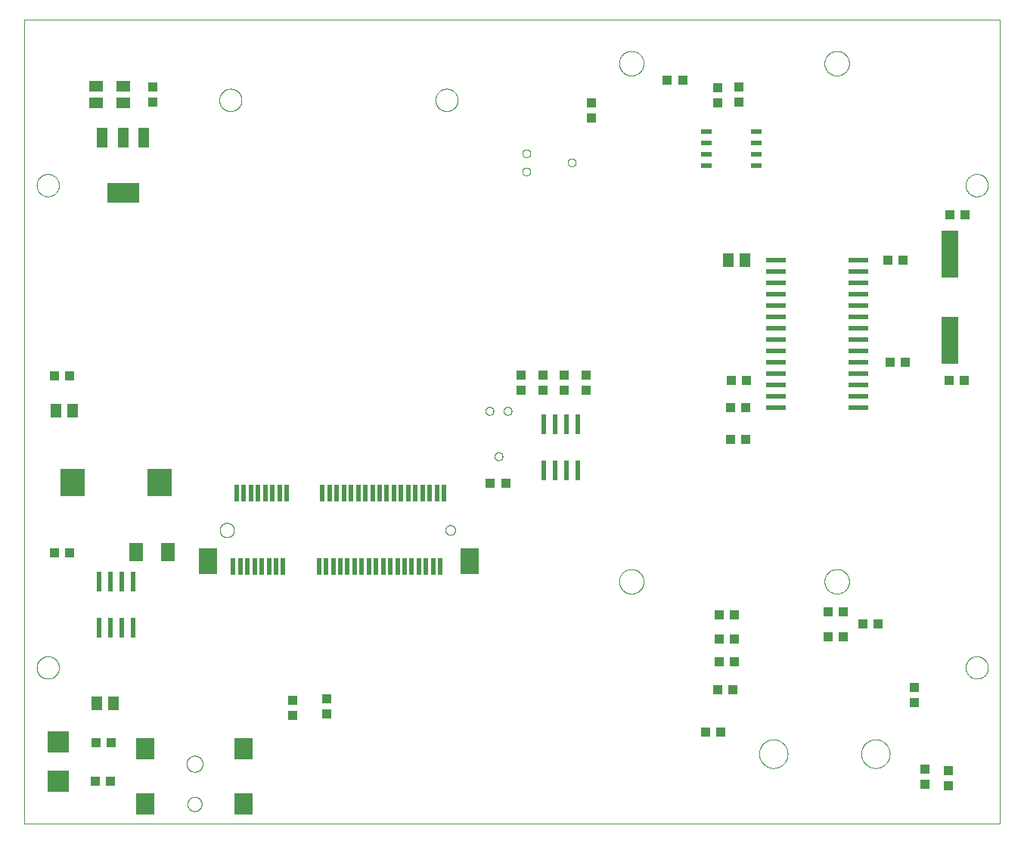
<source format=gtp>
G04 EAGLE Gerber RS-274X export*
G75*
%MOMM*%
%FSLAX34Y34*%
%LPD*%
%INTop solder paste for stencil*%
%IPPOS*%
%AMOC8*
5,1,8,0,0,1.08239X$1,22.5*%
G01*
%ADD10C,0.000000*%
%ADD11R,2.000000X2.400000*%
%ADD12R,0.600000X2.200000*%
%ADD13R,1.500000X2.100000*%
%ADD14R,2.800000X3.050000*%
%ADD15R,1.100000X1.000000*%
%ADD16R,1.219200X2.235200*%
%ADD17R,3.600000X2.200000*%
%ADD18R,2.400000X2.400000*%
%ADD19R,0.525000X1.900000*%
%ADD20R,2.100000X3.000000*%
%ADD21R,1.500000X1.300000*%
%ADD22R,1.000000X1.100000*%
%ADD23R,1.930400X5.334000*%
%ADD24R,1.200000X0.600000*%
%ADD25R,2.200000X0.600000*%
%ADD26R,1.300000X1.500000*%


D10*
X165100Y0D02*
X1257300Y0D01*
X1257300Y900000D01*
X165100Y900000D01*
X165100Y0D01*
X178850Y175000D02*
X178854Y175307D01*
X178865Y175613D01*
X178884Y175920D01*
X178910Y176225D01*
X178944Y176530D01*
X178985Y176834D01*
X179034Y177137D01*
X179090Y177439D01*
X179154Y177739D01*
X179225Y178037D01*
X179303Y178334D01*
X179388Y178629D01*
X179481Y178921D01*
X179581Y179211D01*
X179688Y179499D01*
X179802Y179784D01*
X179922Y180066D01*
X180050Y180344D01*
X180185Y180620D01*
X180326Y180892D01*
X180474Y181161D01*
X180628Y181426D01*
X180789Y181687D01*
X180957Y181945D01*
X181130Y182198D01*
X181310Y182446D01*
X181496Y182690D01*
X181687Y182930D01*
X181885Y183165D01*
X182088Y183394D01*
X182297Y183619D01*
X182511Y183839D01*
X182731Y184053D01*
X182956Y184262D01*
X183185Y184465D01*
X183420Y184663D01*
X183660Y184854D01*
X183904Y185040D01*
X184152Y185220D01*
X184405Y185393D01*
X184663Y185561D01*
X184924Y185722D01*
X185189Y185876D01*
X185458Y186024D01*
X185730Y186165D01*
X186006Y186300D01*
X186284Y186428D01*
X186566Y186548D01*
X186851Y186662D01*
X187139Y186769D01*
X187429Y186869D01*
X187721Y186962D01*
X188016Y187047D01*
X188313Y187125D01*
X188611Y187196D01*
X188911Y187260D01*
X189213Y187316D01*
X189516Y187365D01*
X189820Y187406D01*
X190125Y187440D01*
X190430Y187466D01*
X190737Y187485D01*
X191043Y187496D01*
X191350Y187500D01*
X191657Y187496D01*
X191963Y187485D01*
X192270Y187466D01*
X192575Y187440D01*
X192880Y187406D01*
X193184Y187365D01*
X193487Y187316D01*
X193789Y187260D01*
X194089Y187196D01*
X194387Y187125D01*
X194684Y187047D01*
X194979Y186962D01*
X195271Y186869D01*
X195561Y186769D01*
X195849Y186662D01*
X196134Y186548D01*
X196416Y186428D01*
X196694Y186300D01*
X196970Y186165D01*
X197242Y186024D01*
X197511Y185876D01*
X197776Y185722D01*
X198037Y185561D01*
X198295Y185393D01*
X198548Y185220D01*
X198796Y185040D01*
X199040Y184854D01*
X199280Y184663D01*
X199515Y184465D01*
X199744Y184262D01*
X199969Y184053D01*
X200189Y183839D01*
X200403Y183619D01*
X200612Y183394D01*
X200815Y183165D01*
X201013Y182930D01*
X201204Y182690D01*
X201390Y182446D01*
X201570Y182198D01*
X201743Y181945D01*
X201911Y181687D01*
X202072Y181426D01*
X202226Y181161D01*
X202374Y180892D01*
X202515Y180620D01*
X202650Y180344D01*
X202778Y180066D01*
X202898Y179784D01*
X203012Y179499D01*
X203119Y179211D01*
X203219Y178921D01*
X203312Y178629D01*
X203397Y178334D01*
X203475Y178037D01*
X203546Y177739D01*
X203610Y177439D01*
X203666Y177137D01*
X203715Y176834D01*
X203756Y176530D01*
X203790Y176225D01*
X203816Y175920D01*
X203835Y175613D01*
X203846Y175307D01*
X203850Y175000D01*
X203846Y174693D01*
X203835Y174387D01*
X203816Y174080D01*
X203790Y173775D01*
X203756Y173470D01*
X203715Y173166D01*
X203666Y172863D01*
X203610Y172561D01*
X203546Y172261D01*
X203475Y171963D01*
X203397Y171666D01*
X203312Y171371D01*
X203219Y171079D01*
X203119Y170789D01*
X203012Y170501D01*
X202898Y170216D01*
X202778Y169934D01*
X202650Y169656D01*
X202515Y169380D01*
X202374Y169108D01*
X202226Y168839D01*
X202072Y168574D01*
X201911Y168313D01*
X201743Y168055D01*
X201570Y167802D01*
X201390Y167554D01*
X201204Y167310D01*
X201013Y167070D01*
X200815Y166835D01*
X200612Y166606D01*
X200403Y166381D01*
X200189Y166161D01*
X199969Y165947D01*
X199744Y165738D01*
X199515Y165535D01*
X199280Y165337D01*
X199040Y165146D01*
X198796Y164960D01*
X198548Y164780D01*
X198295Y164607D01*
X198037Y164439D01*
X197776Y164278D01*
X197511Y164124D01*
X197242Y163976D01*
X196970Y163835D01*
X196694Y163700D01*
X196416Y163572D01*
X196134Y163452D01*
X195849Y163338D01*
X195561Y163231D01*
X195271Y163131D01*
X194979Y163038D01*
X194684Y162953D01*
X194387Y162875D01*
X194089Y162804D01*
X193789Y162740D01*
X193487Y162684D01*
X193184Y162635D01*
X192880Y162594D01*
X192575Y162560D01*
X192270Y162534D01*
X191963Y162515D01*
X191657Y162504D01*
X191350Y162500D01*
X191043Y162504D01*
X190737Y162515D01*
X190430Y162534D01*
X190125Y162560D01*
X189820Y162594D01*
X189516Y162635D01*
X189213Y162684D01*
X188911Y162740D01*
X188611Y162804D01*
X188313Y162875D01*
X188016Y162953D01*
X187721Y163038D01*
X187429Y163131D01*
X187139Y163231D01*
X186851Y163338D01*
X186566Y163452D01*
X186284Y163572D01*
X186006Y163700D01*
X185730Y163835D01*
X185458Y163976D01*
X185189Y164124D01*
X184924Y164278D01*
X184663Y164439D01*
X184405Y164607D01*
X184152Y164780D01*
X183904Y164960D01*
X183660Y165146D01*
X183420Y165337D01*
X183185Y165535D01*
X182956Y165738D01*
X182731Y165947D01*
X182511Y166161D01*
X182297Y166381D01*
X182088Y166606D01*
X181885Y166835D01*
X181687Y167070D01*
X181496Y167310D01*
X181310Y167554D01*
X181130Y167802D01*
X180957Y168055D01*
X180789Y168313D01*
X180628Y168574D01*
X180474Y168839D01*
X180326Y169108D01*
X180185Y169380D01*
X180050Y169656D01*
X179922Y169934D01*
X179802Y170216D01*
X179688Y170501D01*
X179581Y170789D01*
X179481Y171079D01*
X179388Y171371D01*
X179303Y171666D01*
X179225Y171963D01*
X179154Y172261D01*
X179090Y172561D01*
X179034Y172863D01*
X178985Y173166D01*
X178944Y173470D01*
X178910Y173775D01*
X178884Y174080D01*
X178865Y174387D01*
X178854Y174693D01*
X178850Y175000D01*
X1218850Y175000D02*
X1218854Y175307D01*
X1218865Y175613D01*
X1218884Y175920D01*
X1218910Y176225D01*
X1218944Y176530D01*
X1218985Y176834D01*
X1219034Y177137D01*
X1219090Y177439D01*
X1219154Y177739D01*
X1219225Y178037D01*
X1219303Y178334D01*
X1219388Y178629D01*
X1219481Y178921D01*
X1219581Y179211D01*
X1219688Y179499D01*
X1219802Y179784D01*
X1219922Y180066D01*
X1220050Y180344D01*
X1220185Y180620D01*
X1220326Y180892D01*
X1220474Y181161D01*
X1220628Y181426D01*
X1220789Y181687D01*
X1220957Y181945D01*
X1221130Y182198D01*
X1221310Y182446D01*
X1221496Y182690D01*
X1221687Y182930D01*
X1221885Y183165D01*
X1222088Y183394D01*
X1222297Y183619D01*
X1222511Y183839D01*
X1222731Y184053D01*
X1222956Y184262D01*
X1223185Y184465D01*
X1223420Y184663D01*
X1223660Y184854D01*
X1223904Y185040D01*
X1224152Y185220D01*
X1224405Y185393D01*
X1224663Y185561D01*
X1224924Y185722D01*
X1225189Y185876D01*
X1225458Y186024D01*
X1225730Y186165D01*
X1226006Y186300D01*
X1226284Y186428D01*
X1226566Y186548D01*
X1226851Y186662D01*
X1227139Y186769D01*
X1227429Y186869D01*
X1227721Y186962D01*
X1228016Y187047D01*
X1228313Y187125D01*
X1228611Y187196D01*
X1228911Y187260D01*
X1229213Y187316D01*
X1229516Y187365D01*
X1229820Y187406D01*
X1230125Y187440D01*
X1230430Y187466D01*
X1230737Y187485D01*
X1231043Y187496D01*
X1231350Y187500D01*
X1231657Y187496D01*
X1231963Y187485D01*
X1232270Y187466D01*
X1232575Y187440D01*
X1232880Y187406D01*
X1233184Y187365D01*
X1233487Y187316D01*
X1233789Y187260D01*
X1234089Y187196D01*
X1234387Y187125D01*
X1234684Y187047D01*
X1234979Y186962D01*
X1235271Y186869D01*
X1235561Y186769D01*
X1235849Y186662D01*
X1236134Y186548D01*
X1236416Y186428D01*
X1236694Y186300D01*
X1236970Y186165D01*
X1237242Y186024D01*
X1237511Y185876D01*
X1237776Y185722D01*
X1238037Y185561D01*
X1238295Y185393D01*
X1238548Y185220D01*
X1238796Y185040D01*
X1239040Y184854D01*
X1239280Y184663D01*
X1239515Y184465D01*
X1239744Y184262D01*
X1239969Y184053D01*
X1240189Y183839D01*
X1240403Y183619D01*
X1240612Y183394D01*
X1240815Y183165D01*
X1241013Y182930D01*
X1241204Y182690D01*
X1241390Y182446D01*
X1241570Y182198D01*
X1241743Y181945D01*
X1241911Y181687D01*
X1242072Y181426D01*
X1242226Y181161D01*
X1242374Y180892D01*
X1242515Y180620D01*
X1242650Y180344D01*
X1242778Y180066D01*
X1242898Y179784D01*
X1243012Y179499D01*
X1243119Y179211D01*
X1243219Y178921D01*
X1243312Y178629D01*
X1243397Y178334D01*
X1243475Y178037D01*
X1243546Y177739D01*
X1243610Y177439D01*
X1243666Y177137D01*
X1243715Y176834D01*
X1243756Y176530D01*
X1243790Y176225D01*
X1243816Y175920D01*
X1243835Y175613D01*
X1243846Y175307D01*
X1243850Y175000D01*
X1243846Y174693D01*
X1243835Y174387D01*
X1243816Y174080D01*
X1243790Y173775D01*
X1243756Y173470D01*
X1243715Y173166D01*
X1243666Y172863D01*
X1243610Y172561D01*
X1243546Y172261D01*
X1243475Y171963D01*
X1243397Y171666D01*
X1243312Y171371D01*
X1243219Y171079D01*
X1243119Y170789D01*
X1243012Y170501D01*
X1242898Y170216D01*
X1242778Y169934D01*
X1242650Y169656D01*
X1242515Y169380D01*
X1242374Y169108D01*
X1242226Y168839D01*
X1242072Y168574D01*
X1241911Y168313D01*
X1241743Y168055D01*
X1241570Y167802D01*
X1241390Y167554D01*
X1241204Y167310D01*
X1241013Y167070D01*
X1240815Y166835D01*
X1240612Y166606D01*
X1240403Y166381D01*
X1240189Y166161D01*
X1239969Y165947D01*
X1239744Y165738D01*
X1239515Y165535D01*
X1239280Y165337D01*
X1239040Y165146D01*
X1238796Y164960D01*
X1238548Y164780D01*
X1238295Y164607D01*
X1238037Y164439D01*
X1237776Y164278D01*
X1237511Y164124D01*
X1237242Y163976D01*
X1236970Y163835D01*
X1236694Y163700D01*
X1236416Y163572D01*
X1236134Y163452D01*
X1235849Y163338D01*
X1235561Y163231D01*
X1235271Y163131D01*
X1234979Y163038D01*
X1234684Y162953D01*
X1234387Y162875D01*
X1234089Y162804D01*
X1233789Y162740D01*
X1233487Y162684D01*
X1233184Y162635D01*
X1232880Y162594D01*
X1232575Y162560D01*
X1232270Y162534D01*
X1231963Y162515D01*
X1231657Y162504D01*
X1231350Y162500D01*
X1231043Y162504D01*
X1230737Y162515D01*
X1230430Y162534D01*
X1230125Y162560D01*
X1229820Y162594D01*
X1229516Y162635D01*
X1229213Y162684D01*
X1228911Y162740D01*
X1228611Y162804D01*
X1228313Y162875D01*
X1228016Y162953D01*
X1227721Y163038D01*
X1227429Y163131D01*
X1227139Y163231D01*
X1226851Y163338D01*
X1226566Y163452D01*
X1226284Y163572D01*
X1226006Y163700D01*
X1225730Y163835D01*
X1225458Y163976D01*
X1225189Y164124D01*
X1224924Y164278D01*
X1224663Y164439D01*
X1224405Y164607D01*
X1224152Y164780D01*
X1223904Y164960D01*
X1223660Y165146D01*
X1223420Y165337D01*
X1223185Y165535D01*
X1222956Y165738D01*
X1222731Y165947D01*
X1222511Y166161D01*
X1222297Y166381D01*
X1222088Y166606D01*
X1221885Y166835D01*
X1221687Y167070D01*
X1221496Y167310D01*
X1221310Y167554D01*
X1221130Y167802D01*
X1220957Y168055D01*
X1220789Y168313D01*
X1220628Y168574D01*
X1220474Y168839D01*
X1220326Y169108D01*
X1220185Y169380D01*
X1220050Y169656D01*
X1219922Y169934D01*
X1219802Y170216D01*
X1219688Y170501D01*
X1219581Y170789D01*
X1219481Y171079D01*
X1219388Y171371D01*
X1219303Y171666D01*
X1219225Y171963D01*
X1219154Y172261D01*
X1219090Y172561D01*
X1219034Y172863D01*
X1218985Y173166D01*
X1218944Y173470D01*
X1218910Y173775D01*
X1218884Y174080D01*
X1218865Y174387D01*
X1218854Y174693D01*
X1218850Y175000D01*
X178850Y715000D02*
X178854Y715307D01*
X178865Y715613D01*
X178884Y715920D01*
X178910Y716225D01*
X178944Y716530D01*
X178985Y716834D01*
X179034Y717137D01*
X179090Y717439D01*
X179154Y717739D01*
X179225Y718037D01*
X179303Y718334D01*
X179388Y718629D01*
X179481Y718921D01*
X179581Y719211D01*
X179688Y719499D01*
X179802Y719784D01*
X179922Y720066D01*
X180050Y720344D01*
X180185Y720620D01*
X180326Y720892D01*
X180474Y721161D01*
X180628Y721426D01*
X180789Y721687D01*
X180957Y721945D01*
X181130Y722198D01*
X181310Y722446D01*
X181496Y722690D01*
X181687Y722930D01*
X181885Y723165D01*
X182088Y723394D01*
X182297Y723619D01*
X182511Y723839D01*
X182731Y724053D01*
X182956Y724262D01*
X183185Y724465D01*
X183420Y724663D01*
X183660Y724854D01*
X183904Y725040D01*
X184152Y725220D01*
X184405Y725393D01*
X184663Y725561D01*
X184924Y725722D01*
X185189Y725876D01*
X185458Y726024D01*
X185730Y726165D01*
X186006Y726300D01*
X186284Y726428D01*
X186566Y726548D01*
X186851Y726662D01*
X187139Y726769D01*
X187429Y726869D01*
X187721Y726962D01*
X188016Y727047D01*
X188313Y727125D01*
X188611Y727196D01*
X188911Y727260D01*
X189213Y727316D01*
X189516Y727365D01*
X189820Y727406D01*
X190125Y727440D01*
X190430Y727466D01*
X190737Y727485D01*
X191043Y727496D01*
X191350Y727500D01*
X191657Y727496D01*
X191963Y727485D01*
X192270Y727466D01*
X192575Y727440D01*
X192880Y727406D01*
X193184Y727365D01*
X193487Y727316D01*
X193789Y727260D01*
X194089Y727196D01*
X194387Y727125D01*
X194684Y727047D01*
X194979Y726962D01*
X195271Y726869D01*
X195561Y726769D01*
X195849Y726662D01*
X196134Y726548D01*
X196416Y726428D01*
X196694Y726300D01*
X196970Y726165D01*
X197242Y726024D01*
X197511Y725876D01*
X197776Y725722D01*
X198037Y725561D01*
X198295Y725393D01*
X198548Y725220D01*
X198796Y725040D01*
X199040Y724854D01*
X199280Y724663D01*
X199515Y724465D01*
X199744Y724262D01*
X199969Y724053D01*
X200189Y723839D01*
X200403Y723619D01*
X200612Y723394D01*
X200815Y723165D01*
X201013Y722930D01*
X201204Y722690D01*
X201390Y722446D01*
X201570Y722198D01*
X201743Y721945D01*
X201911Y721687D01*
X202072Y721426D01*
X202226Y721161D01*
X202374Y720892D01*
X202515Y720620D01*
X202650Y720344D01*
X202778Y720066D01*
X202898Y719784D01*
X203012Y719499D01*
X203119Y719211D01*
X203219Y718921D01*
X203312Y718629D01*
X203397Y718334D01*
X203475Y718037D01*
X203546Y717739D01*
X203610Y717439D01*
X203666Y717137D01*
X203715Y716834D01*
X203756Y716530D01*
X203790Y716225D01*
X203816Y715920D01*
X203835Y715613D01*
X203846Y715307D01*
X203850Y715000D01*
X203846Y714693D01*
X203835Y714387D01*
X203816Y714080D01*
X203790Y713775D01*
X203756Y713470D01*
X203715Y713166D01*
X203666Y712863D01*
X203610Y712561D01*
X203546Y712261D01*
X203475Y711963D01*
X203397Y711666D01*
X203312Y711371D01*
X203219Y711079D01*
X203119Y710789D01*
X203012Y710501D01*
X202898Y710216D01*
X202778Y709934D01*
X202650Y709656D01*
X202515Y709380D01*
X202374Y709108D01*
X202226Y708839D01*
X202072Y708574D01*
X201911Y708313D01*
X201743Y708055D01*
X201570Y707802D01*
X201390Y707554D01*
X201204Y707310D01*
X201013Y707070D01*
X200815Y706835D01*
X200612Y706606D01*
X200403Y706381D01*
X200189Y706161D01*
X199969Y705947D01*
X199744Y705738D01*
X199515Y705535D01*
X199280Y705337D01*
X199040Y705146D01*
X198796Y704960D01*
X198548Y704780D01*
X198295Y704607D01*
X198037Y704439D01*
X197776Y704278D01*
X197511Y704124D01*
X197242Y703976D01*
X196970Y703835D01*
X196694Y703700D01*
X196416Y703572D01*
X196134Y703452D01*
X195849Y703338D01*
X195561Y703231D01*
X195271Y703131D01*
X194979Y703038D01*
X194684Y702953D01*
X194387Y702875D01*
X194089Y702804D01*
X193789Y702740D01*
X193487Y702684D01*
X193184Y702635D01*
X192880Y702594D01*
X192575Y702560D01*
X192270Y702534D01*
X191963Y702515D01*
X191657Y702504D01*
X191350Y702500D01*
X191043Y702504D01*
X190737Y702515D01*
X190430Y702534D01*
X190125Y702560D01*
X189820Y702594D01*
X189516Y702635D01*
X189213Y702684D01*
X188911Y702740D01*
X188611Y702804D01*
X188313Y702875D01*
X188016Y702953D01*
X187721Y703038D01*
X187429Y703131D01*
X187139Y703231D01*
X186851Y703338D01*
X186566Y703452D01*
X186284Y703572D01*
X186006Y703700D01*
X185730Y703835D01*
X185458Y703976D01*
X185189Y704124D01*
X184924Y704278D01*
X184663Y704439D01*
X184405Y704607D01*
X184152Y704780D01*
X183904Y704960D01*
X183660Y705146D01*
X183420Y705337D01*
X183185Y705535D01*
X182956Y705738D01*
X182731Y705947D01*
X182511Y706161D01*
X182297Y706381D01*
X182088Y706606D01*
X181885Y706835D01*
X181687Y707070D01*
X181496Y707310D01*
X181310Y707554D01*
X181130Y707802D01*
X180957Y708055D01*
X180789Y708313D01*
X180628Y708574D01*
X180474Y708839D01*
X180326Y709108D01*
X180185Y709380D01*
X180050Y709656D01*
X179922Y709934D01*
X179802Y710216D01*
X179688Y710501D01*
X179581Y710789D01*
X179481Y711079D01*
X179388Y711371D01*
X179303Y711666D01*
X179225Y711963D01*
X179154Y712261D01*
X179090Y712561D01*
X179034Y712863D01*
X178985Y713166D01*
X178944Y713470D01*
X178910Y713775D01*
X178884Y714080D01*
X178865Y714387D01*
X178854Y714693D01*
X178850Y715000D01*
X1218850Y715000D02*
X1218854Y715307D01*
X1218865Y715613D01*
X1218884Y715920D01*
X1218910Y716225D01*
X1218944Y716530D01*
X1218985Y716834D01*
X1219034Y717137D01*
X1219090Y717439D01*
X1219154Y717739D01*
X1219225Y718037D01*
X1219303Y718334D01*
X1219388Y718629D01*
X1219481Y718921D01*
X1219581Y719211D01*
X1219688Y719499D01*
X1219802Y719784D01*
X1219922Y720066D01*
X1220050Y720344D01*
X1220185Y720620D01*
X1220326Y720892D01*
X1220474Y721161D01*
X1220628Y721426D01*
X1220789Y721687D01*
X1220957Y721945D01*
X1221130Y722198D01*
X1221310Y722446D01*
X1221496Y722690D01*
X1221687Y722930D01*
X1221885Y723165D01*
X1222088Y723394D01*
X1222297Y723619D01*
X1222511Y723839D01*
X1222731Y724053D01*
X1222956Y724262D01*
X1223185Y724465D01*
X1223420Y724663D01*
X1223660Y724854D01*
X1223904Y725040D01*
X1224152Y725220D01*
X1224405Y725393D01*
X1224663Y725561D01*
X1224924Y725722D01*
X1225189Y725876D01*
X1225458Y726024D01*
X1225730Y726165D01*
X1226006Y726300D01*
X1226284Y726428D01*
X1226566Y726548D01*
X1226851Y726662D01*
X1227139Y726769D01*
X1227429Y726869D01*
X1227721Y726962D01*
X1228016Y727047D01*
X1228313Y727125D01*
X1228611Y727196D01*
X1228911Y727260D01*
X1229213Y727316D01*
X1229516Y727365D01*
X1229820Y727406D01*
X1230125Y727440D01*
X1230430Y727466D01*
X1230737Y727485D01*
X1231043Y727496D01*
X1231350Y727500D01*
X1231657Y727496D01*
X1231963Y727485D01*
X1232270Y727466D01*
X1232575Y727440D01*
X1232880Y727406D01*
X1233184Y727365D01*
X1233487Y727316D01*
X1233789Y727260D01*
X1234089Y727196D01*
X1234387Y727125D01*
X1234684Y727047D01*
X1234979Y726962D01*
X1235271Y726869D01*
X1235561Y726769D01*
X1235849Y726662D01*
X1236134Y726548D01*
X1236416Y726428D01*
X1236694Y726300D01*
X1236970Y726165D01*
X1237242Y726024D01*
X1237511Y725876D01*
X1237776Y725722D01*
X1238037Y725561D01*
X1238295Y725393D01*
X1238548Y725220D01*
X1238796Y725040D01*
X1239040Y724854D01*
X1239280Y724663D01*
X1239515Y724465D01*
X1239744Y724262D01*
X1239969Y724053D01*
X1240189Y723839D01*
X1240403Y723619D01*
X1240612Y723394D01*
X1240815Y723165D01*
X1241013Y722930D01*
X1241204Y722690D01*
X1241390Y722446D01*
X1241570Y722198D01*
X1241743Y721945D01*
X1241911Y721687D01*
X1242072Y721426D01*
X1242226Y721161D01*
X1242374Y720892D01*
X1242515Y720620D01*
X1242650Y720344D01*
X1242778Y720066D01*
X1242898Y719784D01*
X1243012Y719499D01*
X1243119Y719211D01*
X1243219Y718921D01*
X1243312Y718629D01*
X1243397Y718334D01*
X1243475Y718037D01*
X1243546Y717739D01*
X1243610Y717439D01*
X1243666Y717137D01*
X1243715Y716834D01*
X1243756Y716530D01*
X1243790Y716225D01*
X1243816Y715920D01*
X1243835Y715613D01*
X1243846Y715307D01*
X1243850Y715000D01*
X1243846Y714693D01*
X1243835Y714387D01*
X1243816Y714080D01*
X1243790Y713775D01*
X1243756Y713470D01*
X1243715Y713166D01*
X1243666Y712863D01*
X1243610Y712561D01*
X1243546Y712261D01*
X1243475Y711963D01*
X1243397Y711666D01*
X1243312Y711371D01*
X1243219Y711079D01*
X1243119Y710789D01*
X1243012Y710501D01*
X1242898Y710216D01*
X1242778Y709934D01*
X1242650Y709656D01*
X1242515Y709380D01*
X1242374Y709108D01*
X1242226Y708839D01*
X1242072Y708574D01*
X1241911Y708313D01*
X1241743Y708055D01*
X1241570Y707802D01*
X1241390Y707554D01*
X1241204Y707310D01*
X1241013Y707070D01*
X1240815Y706835D01*
X1240612Y706606D01*
X1240403Y706381D01*
X1240189Y706161D01*
X1239969Y705947D01*
X1239744Y705738D01*
X1239515Y705535D01*
X1239280Y705337D01*
X1239040Y705146D01*
X1238796Y704960D01*
X1238548Y704780D01*
X1238295Y704607D01*
X1238037Y704439D01*
X1237776Y704278D01*
X1237511Y704124D01*
X1237242Y703976D01*
X1236970Y703835D01*
X1236694Y703700D01*
X1236416Y703572D01*
X1236134Y703452D01*
X1235849Y703338D01*
X1235561Y703231D01*
X1235271Y703131D01*
X1234979Y703038D01*
X1234684Y702953D01*
X1234387Y702875D01*
X1234089Y702804D01*
X1233789Y702740D01*
X1233487Y702684D01*
X1233184Y702635D01*
X1232880Y702594D01*
X1232575Y702560D01*
X1232270Y702534D01*
X1231963Y702515D01*
X1231657Y702504D01*
X1231350Y702500D01*
X1231043Y702504D01*
X1230737Y702515D01*
X1230430Y702534D01*
X1230125Y702560D01*
X1229820Y702594D01*
X1229516Y702635D01*
X1229213Y702684D01*
X1228911Y702740D01*
X1228611Y702804D01*
X1228313Y702875D01*
X1228016Y702953D01*
X1227721Y703038D01*
X1227429Y703131D01*
X1227139Y703231D01*
X1226851Y703338D01*
X1226566Y703452D01*
X1226284Y703572D01*
X1226006Y703700D01*
X1225730Y703835D01*
X1225458Y703976D01*
X1225189Y704124D01*
X1224924Y704278D01*
X1224663Y704439D01*
X1224405Y704607D01*
X1224152Y704780D01*
X1223904Y704960D01*
X1223660Y705146D01*
X1223420Y705337D01*
X1223185Y705535D01*
X1222956Y705738D01*
X1222731Y705947D01*
X1222511Y706161D01*
X1222297Y706381D01*
X1222088Y706606D01*
X1221885Y706835D01*
X1221687Y707070D01*
X1221496Y707310D01*
X1221310Y707554D01*
X1221130Y707802D01*
X1220957Y708055D01*
X1220789Y708313D01*
X1220628Y708574D01*
X1220474Y708839D01*
X1220326Y709108D01*
X1220185Y709380D01*
X1220050Y709656D01*
X1219922Y709934D01*
X1219802Y710216D01*
X1219688Y710501D01*
X1219581Y710789D01*
X1219481Y711079D01*
X1219388Y711371D01*
X1219303Y711666D01*
X1219225Y711963D01*
X1219154Y712261D01*
X1219090Y712561D01*
X1219034Y712863D01*
X1218985Y713166D01*
X1218944Y713470D01*
X1218910Y713775D01*
X1218884Y714080D01*
X1218865Y714387D01*
X1218854Y714693D01*
X1218850Y715000D01*
X830875Y851445D02*
X830879Y851782D01*
X830892Y852120D01*
X830912Y852457D01*
X830941Y852793D01*
X830978Y853128D01*
X831024Y853463D01*
X831077Y853796D01*
X831139Y854127D01*
X831209Y854458D01*
X831287Y854786D01*
X831373Y855112D01*
X831467Y855436D01*
X831569Y855758D01*
X831679Y856077D01*
X831796Y856394D01*
X831922Y856707D01*
X832055Y857017D01*
X832195Y857324D01*
X832343Y857627D01*
X832499Y857927D01*
X832661Y858222D01*
X832831Y858514D01*
X833008Y858801D01*
X833192Y859084D01*
X833383Y859362D01*
X833581Y859636D01*
X833785Y859904D01*
X833996Y860168D01*
X834213Y860426D01*
X834437Y860679D01*
X834667Y860926D01*
X834902Y861168D01*
X835144Y861403D01*
X835391Y861633D01*
X835644Y861857D01*
X835902Y862074D01*
X836166Y862285D01*
X836434Y862489D01*
X836708Y862687D01*
X836986Y862878D01*
X837269Y863062D01*
X837556Y863239D01*
X837848Y863409D01*
X838143Y863571D01*
X838443Y863727D01*
X838746Y863875D01*
X839053Y864015D01*
X839363Y864148D01*
X839676Y864274D01*
X839993Y864391D01*
X840312Y864501D01*
X840634Y864603D01*
X840958Y864697D01*
X841284Y864783D01*
X841612Y864861D01*
X841943Y864931D01*
X842274Y864993D01*
X842607Y865046D01*
X842942Y865092D01*
X843277Y865129D01*
X843613Y865158D01*
X843950Y865178D01*
X844288Y865191D01*
X844625Y865195D01*
X844962Y865191D01*
X845300Y865178D01*
X845637Y865158D01*
X845973Y865129D01*
X846308Y865092D01*
X846643Y865046D01*
X846976Y864993D01*
X847307Y864931D01*
X847638Y864861D01*
X847966Y864783D01*
X848292Y864697D01*
X848616Y864603D01*
X848938Y864501D01*
X849257Y864391D01*
X849574Y864274D01*
X849887Y864148D01*
X850197Y864015D01*
X850504Y863875D01*
X850807Y863727D01*
X851107Y863571D01*
X851402Y863409D01*
X851694Y863239D01*
X851981Y863062D01*
X852264Y862878D01*
X852542Y862687D01*
X852816Y862489D01*
X853084Y862285D01*
X853348Y862074D01*
X853606Y861857D01*
X853859Y861633D01*
X854106Y861403D01*
X854348Y861168D01*
X854583Y860926D01*
X854813Y860679D01*
X855037Y860426D01*
X855254Y860168D01*
X855465Y859904D01*
X855669Y859636D01*
X855867Y859362D01*
X856058Y859084D01*
X856242Y858801D01*
X856419Y858514D01*
X856589Y858222D01*
X856751Y857927D01*
X856907Y857627D01*
X857055Y857324D01*
X857195Y857017D01*
X857328Y856707D01*
X857454Y856394D01*
X857571Y856077D01*
X857681Y855758D01*
X857783Y855436D01*
X857877Y855112D01*
X857963Y854786D01*
X858041Y854458D01*
X858111Y854127D01*
X858173Y853796D01*
X858226Y853463D01*
X858272Y853128D01*
X858309Y852793D01*
X858338Y852457D01*
X858358Y852120D01*
X858371Y851782D01*
X858375Y851445D01*
X858371Y851108D01*
X858358Y850770D01*
X858338Y850433D01*
X858309Y850097D01*
X858272Y849762D01*
X858226Y849427D01*
X858173Y849094D01*
X858111Y848763D01*
X858041Y848432D01*
X857963Y848104D01*
X857877Y847778D01*
X857783Y847454D01*
X857681Y847132D01*
X857571Y846813D01*
X857454Y846496D01*
X857328Y846183D01*
X857195Y845873D01*
X857055Y845566D01*
X856907Y845263D01*
X856751Y844963D01*
X856589Y844668D01*
X856419Y844376D01*
X856242Y844089D01*
X856058Y843806D01*
X855867Y843528D01*
X855669Y843254D01*
X855465Y842986D01*
X855254Y842722D01*
X855037Y842464D01*
X854813Y842211D01*
X854583Y841964D01*
X854348Y841722D01*
X854106Y841487D01*
X853859Y841257D01*
X853606Y841033D01*
X853348Y840816D01*
X853084Y840605D01*
X852816Y840401D01*
X852542Y840203D01*
X852264Y840012D01*
X851981Y839828D01*
X851694Y839651D01*
X851402Y839481D01*
X851107Y839319D01*
X850807Y839163D01*
X850504Y839015D01*
X850197Y838875D01*
X849887Y838742D01*
X849574Y838616D01*
X849257Y838499D01*
X848938Y838389D01*
X848616Y838287D01*
X848292Y838193D01*
X847966Y838107D01*
X847638Y838029D01*
X847307Y837959D01*
X846976Y837897D01*
X846643Y837844D01*
X846308Y837798D01*
X845973Y837761D01*
X845637Y837732D01*
X845300Y837712D01*
X844962Y837699D01*
X844625Y837695D01*
X844288Y837699D01*
X843950Y837712D01*
X843613Y837732D01*
X843277Y837761D01*
X842942Y837798D01*
X842607Y837844D01*
X842274Y837897D01*
X841943Y837959D01*
X841612Y838029D01*
X841284Y838107D01*
X840958Y838193D01*
X840634Y838287D01*
X840312Y838389D01*
X839993Y838499D01*
X839676Y838616D01*
X839363Y838742D01*
X839053Y838875D01*
X838746Y839015D01*
X838443Y839163D01*
X838143Y839319D01*
X837848Y839481D01*
X837556Y839651D01*
X837269Y839828D01*
X836986Y840012D01*
X836708Y840203D01*
X836434Y840401D01*
X836166Y840605D01*
X835902Y840816D01*
X835644Y841033D01*
X835391Y841257D01*
X835144Y841487D01*
X834902Y841722D01*
X834667Y841964D01*
X834437Y842211D01*
X834213Y842464D01*
X833996Y842722D01*
X833785Y842986D01*
X833581Y843254D01*
X833383Y843528D01*
X833192Y843806D01*
X833008Y844089D01*
X832831Y844376D01*
X832661Y844668D01*
X832499Y844963D01*
X832343Y845263D01*
X832195Y845566D01*
X832055Y845873D01*
X831922Y846183D01*
X831796Y846496D01*
X831679Y846813D01*
X831569Y847132D01*
X831467Y847454D01*
X831373Y847778D01*
X831287Y848104D01*
X831209Y848432D01*
X831139Y848763D01*
X831077Y849094D01*
X831024Y849427D01*
X830978Y849762D01*
X830941Y850097D01*
X830912Y850433D01*
X830892Y850770D01*
X830879Y851108D01*
X830875Y851445D01*
X830875Y271445D02*
X830879Y271782D01*
X830892Y272120D01*
X830912Y272457D01*
X830941Y272793D01*
X830978Y273128D01*
X831024Y273463D01*
X831077Y273796D01*
X831139Y274127D01*
X831209Y274458D01*
X831287Y274786D01*
X831373Y275112D01*
X831467Y275436D01*
X831569Y275758D01*
X831679Y276077D01*
X831796Y276394D01*
X831922Y276707D01*
X832055Y277017D01*
X832195Y277324D01*
X832343Y277627D01*
X832499Y277927D01*
X832661Y278222D01*
X832831Y278514D01*
X833008Y278801D01*
X833192Y279084D01*
X833383Y279362D01*
X833581Y279636D01*
X833785Y279904D01*
X833996Y280168D01*
X834213Y280426D01*
X834437Y280679D01*
X834667Y280926D01*
X834902Y281168D01*
X835144Y281403D01*
X835391Y281633D01*
X835644Y281857D01*
X835902Y282074D01*
X836166Y282285D01*
X836434Y282489D01*
X836708Y282687D01*
X836986Y282878D01*
X837269Y283062D01*
X837556Y283239D01*
X837848Y283409D01*
X838143Y283571D01*
X838443Y283727D01*
X838746Y283875D01*
X839053Y284015D01*
X839363Y284148D01*
X839676Y284274D01*
X839993Y284391D01*
X840312Y284501D01*
X840634Y284603D01*
X840958Y284697D01*
X841284Y284783D01*
X841612Y284861D01*
X841943Y284931D01*
X842274Y284993D01*
X842607Y285046D01*
X842942Y285092D01*
X843277Y285129D01*
X843613Y285158D01*
X843950Y285178D01*
X844288Y285191D01*
X844625Y285195D01*
X844962Y285191D01*
X845300Y285178D01*
X845637Y285158D01*
X845973Y285129D01*
X846308Y285092D01*
X846643Y285046D01*
X846976Y284993D01*
X847307Y284931D01*
X847638Y284861D01*
X847966Y284783D01*
X848292Y284697D01*
X848616Y284603D01*
X848938Y284501D01*
X849257Y284391D01*
X849574Y284274D01*
X849887Y284148D01*
X850197Y284015D01*
X850504Y283875D01*
X850807Y283727D01*
X851107Y283571D01*
X851402Y283409D01*
X851694Y283239D01*
X851981Y283062D01*
X852264Y282878D01*
X852542Y282687D01*
X852816Y282489D01*
X853084Y282285D01*
X853348Y282074D01*
X853606Y281857D01*
X853859Y281633D01*
X854106Y281403D01*
X854348Y281168D01*
X854583Y280926D01*
X854813Y280679D01*
X855037Y280426D01*
X855254Y280168D01*
X855465Y279904D01*
X855669Y279636D01*
X855867Y279362D01*
X856058Y279084D01*
X856242Y278801D01*
X856419Y278514D01*
X856589Y278222D01*
X856751Y277927D01*
X856907Y277627D01*
X857055Y277324D01*
X857195Y277017D01*
X857328Y276707D01*
X857454Y276394D01*
X857571Y276077D01*
X857681Y275758D01*
X857783Y275436D01*
X857877Y275112D01*
X857963Y274786D01*
X858041Y274458D01*
X858111Y274127D01*
X858173Y273796D01*
X858226Y273463D01*
X858272Y273128D01*
X858309Y272793D01*
X858338Y272457D01*
X858358Y272120D01*
X858371Y271782D01*
X858375Y271445D01*
X858371Y271108D01*
X858358Y270770D01*
X858338Y270433D01*
X858309Y270097D01*
X858272Y269762D01*
X858226Y269427D01*
X858173Y269094D01*
X858111Y268763D01*
X858041Y268432D01*
X857963Y268104D01*
X857877Y267778D01*
X857783Y267454D01*
X857681Y267132D01*
X857571Y266813D01*
X857454Y266496D01*
X857328Y266183D01*
X857195Y265873D01*
X857055Y265566D01*
X856907Y265263D01*
X856751Y264963D01*
X856589Y264668D01*
X856419Y264376D01*
X856242Y264089D01*
X856058Y263806D01*
X855867Y263528D01*
X855669Y263254D01*
X855465Y262986D01*
X855254Y262722D01*
X855037Y262464D01*
X854813Y262211D01*
X854583Y261964D01*
X854348Y261722D01*
X854106Y261487D01*
X853859Y261257D01*
X853606Y261033D01*
X853348Y260816D01*
X853084Y260605D01*
X852816Y260401D01*
X852542Y260203D01*
X852264Y260012D01*
X851981Y259828D01*
X851694Y259651D01*
X851402Y259481D01*
X851107Y259319D01*
X850807Y259163D01*
X850504Y259015D01*
X850197Y258875D01*
X849887Y258742D01*
X849574Y258616D01*
X849257Y258499D01*
X848938Y258389D01*
X848616Y258287D01*
X848292Y258193D01*
X847966Y258107D01*
X847638Y258029D01*
X847307Y257959D01*
X846976Y257897D01*
X846643Y257844D01*
X846308Y257798D01*
X845973Y257761D01*
X845637Y257732D01*
X845300Y257712D01*
X844962Y257699D01*
X844625Y257695D01*
X844288Y257699D01*
X843950Y257712D01*
X843613Y257732D01*
X843277Y257761D01*
X842942Y257798D01*
X842607Y257844D01*
X842274Y257897D01*
X841943Y257959D01*
X841612Y258029D01*
X841284Y258107D01*
X840958Y258193D01*
X840634Y258287D01*
X840312Y258389D01*
X839993Y258499D01*
X839676Y258616D01*
X839363Y258742D01*
X839053Y258875D01*
X838746Y259015D01*
X838443Y259163D01*
X838143Y259319D01*
X837848Y259481D01*
X837556Y259651D01*
X837269Y259828D01*
X836986Y260012D01*
X836708Y260203D01*
X836434Y260401D01*
X836166Y260605D01*
X835902Y260816D01*
X835644Y261033D01*
X835391Y261257D01*
X835144Y261487D01*
X834902Y261722D01*
X834667Y261964D01*
X834437Y262211D01*
X834213Y262464D01*
X833996Y262722D01*
X833785Y262986D01*
X833581Y263254D01*
X833383Y263528D01*
X833192Y263806D01*
X833008Y264089D01*
X832831Y264376D01*
X832661Y264668D01*
X832499Y264963D01*
X832343Y265263D01*
X832195Y265566D01*
X832055Y265873D01*
X831922Y266183D01*
X831796Y266496D01*
X831679Y266813D01*
X831569Y267132D01*
X831467Y267454D01*
X831373Y267778D01*
X831287Y268104D01*
X831209Y268432D01*
X831139Y268763D01*
X831077Y269094D01*
X831024Y269427D01*
X830978Y269762D01*
X830941Y270097D01*
X830912Y270433D01*
X830892Y270770D01*
X830879Y271108D01*
X830875Y271445D01*
X1060875Y851445D02*
X1060879Y851782D01*
X1060892Y852120D01*
X1060912Y852457D01*
X1060941Y852793D01*
X1060978Y853128D01*
X1061024Y853463D01*
X1061077Y853796D01*
X1061139Y854127D01*
X1061209Y854458D01*
X1061287Y854786D01*
X1061373Y855112D01*
X1061467Y855436D01*
X1061569Y855758D01*
X1061679Y856077D01*
X1061796Y856394D01*
X1061922Y856707D01*
X1062055Y857017D01*
X1062195Y857324D01*
X1062343Y857627D01*
X1062499Y857927D01*
X1062661Y858222D01*
X1062831Y858514D01*
X1063008Y858801D01*
X1063192Y859084D01*
X1063383Y859362D01*
X1063581Y859636D01*
X1063785Y859904D01*
X1063996Y860168D01*
X1064213Y860426D01*
X1064437Y860679D01*
X1064667Y860926D01*
X1064902Y861168D01*
X1065144Y861403D01*
X1065391Y861633D01*
X1065644Y861857D01*
X1065902Y862074D01*
X1066166Y862285D01*
X1066434Y862489D01*
X1066708Y862687D01*
X1066986Y862878D01*
X1067269Y863062D01*
X1067556Y863239D01*
X1067848Y863409D01*
X1068143Y863571D01*
X1068443Y863727D01*
X1068746Y863875D01*
X1069053Y864015D01*
X1069363Y864148D01*
X1069676Y864274D01*
X1069993Y864391D01*
X1070312Y864501D01*
X1070634Y864603D01*
X1070958Y864697D01*
X1071284Y864783D01*
X1071612Y864861D01*
X1071943Y864931D01*
X1072274Y864993D01*
X1072607Y865046D01*
X1072942Y865092D01*
X1073277Y865129D01*
X1073613Y865158D01*
X1073950Y865178D01*
X1074288Y865191D01*
X1074625Y865195D01*
X1074962Y865191D01*
X1075300Y865178D01*
X1075637Y865158D01*
X1075973Y865129D01*
X1076308Y865092D01*
X1076643Y865046D01*
X1076976Y864993D01*
X1077307Y864931D01*
X1077638Y864861D01*
X1077966Y864783D01*
X1078292Y864697D01*
X1078616Y864603D01*
X1078938Y864501D01*
X1079257Y864391D01*
X1079574Y864274D01*
X1079887Y864148D01*
X1080197Y864015D01*
X1080504Y863875D01*
X1080807Y863727D01*
X1081107Y863571D01*
X1081402Y863409D01*
X1081694Y863239D01*
X1081981Y863062D01*
X1082264Y862878D01*
X1082542Y862687D01*
X1082816Y862489D01*
X1083084Y862285D01*
X1083348Y862074D01*
X1083606Y861857D01*
X1083859Y861633D01*
X1084106Y861403D01*
X1084348Y861168D01*
X1084583Y860926D01*
X1084813Y860679D01*
X1085037Y860426D01*
X1085254Y860168D01*
X1085465Y859904D01*
X1085669Y859636D01*
X1085867Y859362D01*
X1086058Y859084D01*
X1086242Y858801D01*
X1086419Y858514D01*
X1086589Y858222D01*
X1086751Y857927D01*
X1086907Y857627D01*
X1087055Y857324D01*
X1087195Y857017D01*
X1087328Y856707D01*
X1087454Y856394D01*
X1087571Y856077D01*
X1087681Y855758D01*
X1087783Y855436D01*
X1087877Y855112D01*
X1087963Y854786D01*
X1088041Y854458D01*
X1088111Y854127D01*
X1088173Y853796D01*
X1088226Y853463D01*
X1088272Y853128D01*
X1088309Y852793D01*
X1088338Y852457D01*
X1088358Y852120D01*
X1088371Y851782D01*
X1088375Y851445D01*
X1088371Y851108D01*
X1088358Y850770D01*
X1088338Y850433D01*
X1088309Y850097D01*
X1088272Y849762D01*
X1088226Y849427D01*
X1088173Y849094D01*
X1088111Y848763D01*
X1088041Y848432D01*
X1087963Y848104D01*
X1087877Y847778D01*
X1087783Y847454D01*
X1087681Y847132D01*
X1087571Y846813D01*
X1087454Y846496D01*
X1087328Y846183D01*
X1087195Y845873D01*
X1087055Y845566D01*
X1086907Y845263D01*
X1086751Y844963D01*
X1086589Y844668D01*
X1086419Y844376D01*
X1086242Y844089D01*
X1086058Y843806D01*
X1085867Y843528D01*
X1085669Y843254D01*
X1085465Y842986D01*
X1085254Y842722D01*
X1085037Y842464D01*
X1084813Y842211D01*
X1084583Y841964D01*
X1084348Y841722D01*
X1084106Y841487D01*
X1083859Y841257D01*
X1083606Y841033D01*
X1083348Y840816D01*
X1083084Y840605D01*
X1082816Y840401D01*
X1082542Y840203D01*
X1082264Y840012D01*
X1081981Y839828D01*
X1081694Y839651D01*
X1081402Y839481D01*
X1081107Y839319D01*
X1080807Y839163D01*
X1080504Y839015D01*
X1080197Y838875D01*
X1079887Y838742D01*
X1079574Y838616D01*
X1079257Y838499D01*
X1078938Y838389D01*
X1078616Y838287D01*
X1078292Y838193D01*
X1077966Y838107D01*
X1077638Y838029D01*
X1077307Y837959D01*
X1076976Y837897D01*
X1076643Y837844D01*
X1076308Y837798D01*
X1075973Y837761D01*
X1075637Y837732D01*
X1075300Y837712D01*
X1074962Y837699D01*
X1074625Y837695D01*
X1074288Y837699D01*
X1073950Y837712D01*
X1073613Y837732D01*
X1073277Y837761D01*
X1072942Y837798D01*
X1072607Y837844D01*
X1072274Y837897D01*
X1071943Y837959D01*
X1071612Y838029D01*
X1071284Y838107D01*
X1070958Y838193D01*
X1070634Y838287D01*
X1070312Y838389D01*
X1069993Y838499D01*
X1069676Y838616D01*
X1069363Y838742D01*
X1069053Y838875D01*
X1068746Y839015D01*
X1068443Y839163D01*
X1068143Y839319D01*
X1067848Y839481D01*
X1067556Y839651D01*
X1067269Y839828D01*
X1066986Y840012D01*
X1066708Y840203D01*
X1066434Y840401D01*
X1066166Y840605D01*
X1065902Y840816D01*
X1065644Y841033D01*
X1065391Y841257D01*
X1065144Y841487D01*
X1064902Y841722D01*
X1064667Y841964D01*
X1064437Y842211D01*
X1064213Y842464D01*
X1063996Y842722D01*
X1063785Y842986D01*
X1063581Y843254D01*
X1063383Y843528D01*
X1063192Y843806D01*
X1063008Y844089D01*
X1062831Y844376D01*
X1062661Y844668D01*
X1062499Y844963D01*
X1062343Y845263D01*
X1062195Y845566D01*
X1062055Y845873D01*
X1061922Y846183D01*
X1061796Y846496D01*
X1061679Y846813D01*
X1061569Y847132D01*
X1061467Y847454D01*
X1061373Y847778D01*
X1061287Y848104D01*
X1061209Y848432D01*
X1061139Y848763D01*
X1061077Y849094D01*
X1061024Y849427D01*
X1060978Y849762D01*
X1060941Y850097D01*
X1060912Y850433D01*
X1060892Y850770D01*
X1060879Y851108D01*
X1060875Y851445D01*
X1060875Y271445D02*
X1060879Y271782D01*
X1060892Y272120D01*
X1060912Y272457D01*
X1060941Y272793D01*
X1060978Y273128D01*
X1061024Y273463D01*
X1061077Y273796D01*
X1061139Y274127D01*
X1061209Y274458D01*
X1061287Y274786D01*
X1061373Y275112D01*
X1061467Y275436D01*
X1061569Y275758D01*
X1061679Y276077D01*
X1061796Y276394D01*
X1061922Y276707D01*
X1062055Y277017D01*
X1062195Y277324D01*
X1062343Y277627D01*
X1062499Y277927D01*
X1062661Y278222D01*
X1062831Y278514D01*
X1063008Y278801D01*
X1063192Y279084D01*
X1063383Y279362D01*
X1063581Y279636D01*
X1063785Y279904D01*
X1063996Y280168D01*
X1064213Y280426D01*
X1064437Y280679D01*
X1064667Y280926D01*
X1064902Y281168D01*
X1065144Y281403D01*
X1065391Y281633D01*
X1065644Y281857D01*
X1065902Y282074D01*
X1066166Y282285D01*
X1066434Y282489D01*
X1066708Y282687D01*
X1066986Y282878D01*
X1067269Y283062D01*
X1067556Y283239D01*
X1067848Y283409D01*
X1068143Y283571D01*
X1068443Y283727D01*
X1068746Y283875D01*
X1069053Y284015D01*
X1069363Y284148D01*
X1069676Y284274D01*
X1069993Y284391D01*
X1070312Y284501D01*
X1070634Y284603D01*
X1070958Y284697D01*
X1071284Y284783D01*
X1071612Y284861D01*
X1071943Y284931D01*
X1072274Y284993D01*
X1072607Y285046D01*
X1072942Y285092D01*
X1073277Y285129D01*
X1073613Y285158D01*
X1073950Y285178D01*
X1074288Y285191D01*
X1074625Y285195D01*
X1074962Y285191D01*
X1075300Y285178D01*
X1075637Y285158D01*
X1075973Y285129D01*
X1076308Y285092D01*
X1076643Y285046D01*
X1076976Y284993D01*
X1077307Y284931D01*
X1077638Y284861D01*
X1077966Y284783D01*
X1078292Y284697D01*
X1078616Y284603D01*
X1078938Y284501D01*
X1079257Y284391D01*
X1079574Y284274D01*
X1079887Y284148D01*
X1080197Y284015D01*
X1080504Y283875D01*
X1080807Y283727D01*
X1081107Y283571D01*
X1081402Y283409D01*
X1081694Y283239D01*
X1081981Y283062D01*
X1082264Y282878D01*
X1082542Y282687D01*
X1082816Y282489D01*
X1083084Y282285D01*
X1083348Y282074D01*
X1083606Y281857D01*
X1083859Y281633D01*
X1084106Y281403D01*
X1084348Y281168D01*
X1084583Y280926D01*
X1084813Y280679D01*
X1085037Y280426D01*
X1085254Y280168D01*
X1085465Y279904D01*
X1085669Y279636D01*
X1085867Y279362D01*
X1086058Y279084D01*
X1086242Y278801D01*
X1086419Y278514D01*
X1086589Y278222D01*
X1086751Y277927D01*
X1086907Y277627D01*
X1087055Y277324D01*
X1087195Y277017D01*
X1087328Y276707D01*
X1087454Y276394D01*
X1087571Y276077D01*
X1087681Y275758D01*
X1087783Y275436D01*
X1087877Y275112D01*
X1087963Y274786D01*
X1088041Y274458D01*
X1088111Y274127D01*
X1088173Y273796D01*
X1088226Y273463D01*
X1088272Y273128D01*
X1088309Y272793D01*
X1088338Y272457D01*
X1088358Y272120D01*
X1088371Y271782D01*
X1088375Y271445D01*
X1088371Y271108D01*
X1088358Y270770D01*
X1088338Y270433D01*
X1088309Y270097D01*
X1088272Y269762D01*
X1088226Y269427D01*
X1088173Y269094D01*
X1088111Y268763D01*
X1088041Y268432D01*
X1087963Y268104D01*
X1087877Y267778D01*
X1087783Y267454D01*
X1087681Y267132D01*
X1087571Y266813D01*
X1087454Y266496D01*
X1087328Y266183D01*
X1087195Y265873D01*
X1087055Y265566D01*
X1086907Y265263D01*
X1086751Y264963D01*
X1086589Y264668D01*
X1086419Y264376D01*
X1086242Y264089D01*
X1086058Y263806D01*
X1085867Y263528D01*
X1085669Y263254D01*
X1085465Y262986D01*
X1085254Y262722D01*
X1085037Y262464D01*
X1084813Y262211D01*
X1084583Y261964D01*
X1084348Y261722D01*
X1084106Y261487D01*
X1083859Y261257D01*
X1083606Y261033D01*
X1083348Y260816D01*
X1083084Y260605D01*
X1082816Y260401D01*
X1082542Y260203D01*
X1082264Y260012D01*
X1081981Y259828D01*
X1081694Y259651D01*
X1081402Y259481D01*
X1081107Y259319D01*
X1080807Y259163D01*
X1080504Y259015D01*
X1080197Y258875D01*
X1079887Y258742D01*
X1079574Y258616D01*
X1079257Y258499D01*
X1078938Y258389D01*
X1078616Y258287D01*
X1078292Y258193D01*
X1077966Y258107D01*
X1077638Y258029D01*
X1077307Y257959D01*
X1076976Y257897D01*
X1076643Y257844D01*
X1076308Y257798D01*
X1075973Y257761D01*
X1075637Y257732D01*
X1075300Y257712D01*
X1074962Y257699D01*
X1074625Y257695D01*
X1074288Y257699D01*
X1073950Y257712D01*
X1073613Y257732D01*
X1073277Y257761D01*
X1072942Y257798D01*
X1072607Y257844D01*
X1072274Y257897D01*
X1071943Y257959D01*
X1071612Y258029D01*
X1071284Y258107D01*
X1070958Y258193D01*
X1070634Y258287D01*
X1070312Y258389D01*
X1069993Y258499D01*
X1069676Y258616D01*
X1069363Y258742D01*
X1069053Y258875D01*
X1068746Y259015D01*
X1068443Y259163D01*
X1068143Y259319D01*
X1067848Y259481D01*
X1067556Y259651D01*
X1067269Y259828D01*
X1066986Y260012D01*
X1066708Y260203D01*
X1066434Y260401D01*
X1066166Y260605D01*
X1065902Y260816D01*
X1065644Y261033D01*
X1065391Y261257D01*
X1065144Y261487D01*
X1064902Y261722D01*
X1064667Y261964D01*
X1064437Y262211D01*
X1064213Y262464D01*
X1063996Y262722D01*
X1063785Y262986D01*
X1063581Y263254D01*
X1063383Y263528D01*
X1063192Y263806D01*
X1063008Y264089D01*
X1062831Y264376D01*
X1062661Y264668D01*
X1062499Y264963D01*
X1062343Y265263D01*
X1062195Y265566D01*
X1062055Y265873D01*
X1061922Y266183D01*
X1061796Y266496D01*
X1061679Y266813D01*
X1061569Y267132D01*
X1061467Y267454D01*
X1061373Y267778D01*
X1061287Y268104D01*
X1061209Y268432D01*
X1061139Y268763D01*
X1061077Y269094D01*
X1061024Y269427D01*
X1060978Y269762D01*
X1060941Y270097D01*
X1060912Y270433D01*
X1060892Y270770D01*
X1060879Y271108D01*
X1060875Y271445D01*
D11*
X300600Y22225D03*
X300600Y84225D03*
X410600Y84225D03*
X410600Y22225D03*
D10*
X347600Y22225D02*
X347602Y22421D01*
X347610Y22618D01*
X347622Y22814D01*
X347639Y23009D01*
X347660Y23204D01*
X347687Y23399D01*
X347718Y23593D01*
X347754Y23786D01*
X347794Y23978D01*
X347840Y24169D01*
X347890Y24359D01*
X347944Y24547D01*
X348004Y24734D01*
X348068Y24920D01*
X348136Y25104D01*
X348209Y25286D01*
X348286Y25467D01*
X348368Y25645D01*
X348454Y25822D01*
X348545Y25996D01*
X348639Y26168D01*
X348738Y26338D01*
X348841Y26505D01*
X348948Y26670D01*
X349059Y26831D01*
X349174Y26991D01*
X349293Y27147D01*
X349416Y27300D01*
X349542Y27450D01*
X349672Y27597D01*
X349806Y27741D01*
X349943Y27882D01*
X350084Y28019D01*
X350228Y28153D01*
X350375Y28283D01*
X350525Y28409D01*
X350678Y28532D01*
X350834Y28651D01*
X350994Y28766D01*
X351155Y28877D01*
X351320Y28984D01*
X351487Y29087D01*
X351657Y29186D01*
X351829Y29280D01*
X352003Y29371D01*
X352180Y29457D01*
X352358Y29539D01*
X352539Y29616D01*
X352721Y29689D01*
X352905Y29757D01*
X353091Y29821D01*
X353278Y29881D01*
X353466Y29935D01*
X353656Y29985D01*
X353847Y30031D01*
X354039Y30071D01*
X354232Y30107D01*
X354426Y30138D01*
X354621Y30165D01*
X354816Y30186D01*
X355011Y30203D01*
X355207Y30215D01*
X355404Y30223D01*
X355600Y30225D01*
X355796Y30223D01*
X355993Y30215D01*
X356189Y30203D01*
X356384Y30186D01*
X356579Y30165D01*
X356774Y30138D01*
X356968Y30107D01*
X357161Y30071D01*
X357353Y30031D01*
X357544Y29985D01*
X357734Y29935D01*
X357922Y29881D01*
X358109Y29821D01*
X358295Y29757D01*
X358479Y29689D01*
X358661Y29616D01*
X358842Y29539D01*
X359020Y29457D01*
X359197Y29371D01*
X359371Y29280D01*
X359543Y29186D01*
X359713Y29087D01*
X359880Y28984D01*
X360045Y28877D01*
X360206Y28766D01*
X360366Y28651D01*
X360522Y28532D01*
X360675Y28409D01*
X360825Y28283D01*
X360972Y28153D01*
X361116Y28019D01*
X361257Y27882D01*
X361394Y27741D01*
X361528Y27597D01*
X361658Y27450D01*
X361784Y27300D01*
X361907Y27147D01*
X362026Y26991D01*
X362141Y26831D01*
X362252Y26670D01*
X362359Y26505D01*
X362462Y26338D01*
X362561Y26168D01*
X362655Y25996D01*
X362746Y25822D01*
X362832Y25645D01*
X362914Y25467D01*
X362991Y25286D01*
X363064Y25104D01*
X363132Y24920D01*
X363196Y24734D01*
X363256Y24547D01*
X363310Y24359D01*
X363360Y24169D01*
X363406Y23978D01*
X363446Y23786D01*
X363482Y23593D01*
X363513Y23399D01*
X363540Y23204D01*
X363561Y23009D01*
X363578Y22814D01*
X363590Y22618D01*
X363598Y22421D01*
X363600Y22225D01*
X363598Y22029D01*
X363590Y21832D01*
X363578Y21636D01*
X363561Y21441D01*
X363540Y21246D01*
X363513Y21051D01*
X363482Y20857D01*
X363446Y20664D01*
X363406Y20472D01*
X363360Y20281D01*
X363310Y20091D01*
X363256Y19903D01*
X363196Y19716D01*
X363132Y19530D01*
X363064Y19346D01*
X362991Y19164D01*
X362914Y18983D01*
X362832Y18805D01*
X362746Y18628D01*
X362655Y18454D01*
X362561Y18282D01*
X362462Y18112D01*
X362359Y17945D01*
X362252Y17780D01*
X362141Y17619D01*
X362026Y17459D01*
X361907Y17303D01*
X361784Y17150D01*
X361658Y17000D01*
X361528Y16853D01*
X361394Y16709D01*
X361257Y16568D01*
X361116Y16431D01*
X360972Y16297D01*
X360825Y16167D01*
X360675Y16041D01*
X360522Y15918D01*
X360366Y15799D01*
X360206Y15684D01*
X360045Y15573D01*
X359880Y15466D01*
X359713Y15363D01*
X359543Y15264D01*
X359371Y15170D01*
X359197Y15079D01*
X359020Y14993D01*
X358842Y14911D01*
X358661Y14834D01*
X358479Y14761D01*
X358295Y14693D01*
X358109Y14629D01*
X357922Y14569D01*
X357734Y14515D01*
X357544Y14465D01*
X357353Y14419D01*
X357161Y14379D01*
X356968Y14343D01*
X356774Y14312D01*
X356579Y14285D01*
X356384Y14264D01*
X356189Y14247D01*
X355993Y14235D01*
X355796Y14227D01*
X355600Y14225D01*
X355404Y14227D01*
X355207Y14235D01*
X355011Y14247D01*
X354816Y14264D01*
X354621Y14285D01*
X354426Y14312D01*
X354232Y14343D01*
X354039Y14379D01*
X353847Y14419D01*
X353656Y14465D01*
X353466Y14515D01*
X353278Y14569D01*
X353091Y14629D01*
X352905Y14693D01*
X352721Y14761D01*
X352539Y14834D01*
X352358Y14911D01*
X352180Y14993D01*
X352003Y15079D01*
X351829Y15170D01*
X351657Y15264D01*
X351487Y15363D01*
X351320Y15466D01*
X351155Y15573D01*
X350994Y15684D01*
X350834Y15799D01*
X350678Y15918D01*
X350525Y16041D01*
X350375Y16167D01*
X350228Y16297D01*
X350084Y16431D01*
X349943Y16568D01*
X349806Y16709D01*
X349672Y16853D01*
X349542Y17000D01*
X349416Y17150D01*
X349293Y17303D01*
X349174Y17459D01*
X349059Y17619D01*
X348948Y17780D01*
X348841Y17945D01*
X348738Y18112D01*
X348639Y18282D01*
X348545Y18454D01*
X348454Y18628D01*
X348368Y18805D01*
X348286Y18983D01*
X348209Y19164D01*
X348136Y19346D01*
X348068Y19530D01*
X348004Y19716D01*
X347944Y19903D01*
X347890Y20091D01*
X347840Y20281D01*
X347794Y20472D01*
X347754Y20664D01*
X347718Y20857D01*
X347687Y21051D01*
X347660Y21246D01*
X347639Y21441D01*
X347622Y21636D01*
X347610Y21832D01*
X347602Y22029D01*
X347600Y22225D01*
X346600Y67225D02*
X346603Y67446D01*
X346611Y67667D01*
X346624Y67887D01*
X346643Y68107D01*
X346668Y68327D01*
X346697Y68546D01*
X346733Y68764D01*
X346773Y68981D01*
X346819Y69197D01*
X346870Y69412D01*
X346926Y69625D01*
X346988Y69838D01*
X347054Y70048D01*
X347126Y70257D01*
X347203Y70464D01*
X347285Y70669D01*
X347372Y70872D01*
X347464Y71073D01*
X347561Y71272D01*
X347663Y71468D01*
X347769Y71661D01*
X347880Y71852D01*
X347996Y72040D01*
X348117Y72225D01*
X348242Y72407D01*
X348371Y72586D01*
X348505Y72762D01*
X348643Y72935D01*
X348785Y73104D01*
X348931Y73269D01*
X349082Y73431D01*
X349236Y73589D01*
X349394Y73743D01*
X349556Y73894D01*
X349721Y74040D01*
X349890Y74182D01*
X350063Y74320D01*
X350239Y74454D01*
X350418Y74583D01*
X350600Y74708D01*
X350785Y74829D01*
X350973Y74945D01*
X351164Y75056D01*
X351357Y75162D01*
X351553Y75264D01*
X351752Y75361D01*
X351953Y75453D01*
X352156Y75540D01*
X352361Y75622D01*
X352568Y75699D01*
X352777Y75771D01*
X352987Y75837D01*
X353200Y75899D01*
X353413Y75955D01*
X353628Y76006D01*
X353844Y76052D01*
X354061Y76092D01*
X354279Y76128D01*
X354498Y76157D01*
X354718Y76182D01*
X354938Y76201D01*
X355158Y76214D01*
X355379Y76222D01*
X355600Y76225D01*
X355821Y76222D01*
X356042Y76214D01*
X356262Y76201D01*
X356482Y76182D01*
X356702Y76157D01*
X356921Y76128D01*
X357139Y76092D01*
X357356Y76052D01*
X357572Y76006D01*
X357787Y75955D01*
X358000Y75899D01*
X358213Y75837D01*
X358423Y75771D01*
X358632Y75699D01*
X358839Y75622D01*
X359044Y75540D01*
X359247Y75453D01*
X359448Y75361D01*
X359647Y75264D01*
X359843Y75162D01*
X360036Y75056D01*
X360227Y74945D01*
X360415Y74829D01*
X360600Y74708D01*
X360782Y74583D01*
X360961Y74454D01*
X361137Y74320D01*
X361310Y74182D01*
X361479Y74040D01*
X361644Y73894D01*
X361806Y73743D01*
X361964Y73589D01*
X362118Y73431D01*
X362269Y73269D01*
X362415Y73104D01*
X362557Y72935D01*
X362695Y72762D01*
X362829Y72586D01*
X362958Y72407D01*
X363083Y72225D01*
X363204Y72040D01*
X363320Y71852D01*
X363431Y71661D01*
X363537Y71468D01*
X363639Y71272D01*
X363736Y71073D01*
X363828Y70872D01*
X363915Y70669D01*
X363997Y70464D01*
X364074Y70257D01*
X364146Y70048D01*
X364212Y69838D01*
X364274Y69625D01*
X364330Y69412D01*
X364381Y69197D01*
X364427Y68981D01*
X364467Y68764D01*
X364503Y68546D01*
X364532Y68327D01*
X364557Y68107D01*
X364576Y67887D01*
X364589Y67667D01*
X364597Y67446D01*
X364600Y67225D01*
X364597Y67004D01*
X364589Y66783D01*
X364576Y66563D01*
X364557Y66343D01*
X364532Y66123D01*
X364503Y65904D01*
X364467Y65686D01*
X364427Y65469D01*
X364381Y65253D01*
X364330Y65038D01*
X364274Y64825D01*
X364212Y64612D01*
X364146Y64402D01*
X364074Y64193D01*
X363997Y63986D01*
X363915Y63781D01*
X363828Y63578D01*
X363736Y63377D01*
X363639Y63178D01*
X363537Y62982D01*
X363431Y62789D01*
X363320Y62598D01*
X363204Y62410D01*
X363083Y62225D01*
X362958Y62043D01*
X362829Y61864D01*
X362695Y61688D01*
X362557Y61515D01*
X362415Y61346D01*
X362269Y61181D01*
X362118Y61019D01*
X361964Y60861D01*
X361806Y60707D01*
X361644Y60556D01*
X361479Y60410D01*
X361310Y60268D01*
X361137Y60130D01*
X360961Y59996D01*
X360782Y59867D01*
X360600Y59742D01*
X360415Y59621D01*
X360227Y59505D01*
X360036Y59394D01*
X359843Y59288D01*
X359647Y59186D01*
X359448Y59089D01*
X359247Y58997D01*
X359044Y58910D01*
X358839Y58828D01*
X358632Y58751D01*
X358423Y58679D01*
X358213Y58613D01*
X358000Y58551D01*
X357787Y58495D01*
X357572Y58444D01*
X357356Y58398D01*
X357139Y58358D01*
X356921Y58322D01*
X356702Y58293D01*
X356482Y58268D01*
X356262Y58249D01*
X356042Y58236D01*
X355821Y58228D01*
X355600Y58225D01*
X355379Y58228D01*
X355158Y58236D01*
X354938Y58249D01*
X354718Y58268D01*
X354498Y58293D01*
X354279Y58322D01*
X354061Y58358D01*
X353844Y58398D01*
X353628Y58444D01*
X353413Y58495D01*
X353200Y58551D01*
X352987Y58613D01*
X352777Y58679D01*
X352568Y58751D01*
X352361Y58828D01*
X352156Y58910D01*
X351953Y58997D01*
X351752Y59089D01*
X351553Y59186D01*
X351357Y59288D01*
X351164Y59394D01*
X350973Y59505D01*
X350785Y59621D01*
X350600Y59742D01*
X350418Y59867D01*
X350239Y59996D01*
X350063Y60130D01*
X349890Y60268D01*
X349721Y60410D01*
X349556Y60556D01*
X349394Y60707D01*
X349236Y60861D01*
X349082Y61019D01*
X348931Y61181D01*
X348785Y61346D01*
X348643Y61515D01*
X348505Y61688D01*
X348371Y61864D01*
X348242Y62043D01*
X348117Y62225D01*
X347996Y62410D01*
X347880Y62598D01*
X347769Y62789D01*
X347663Y62982D01*
X347561Y63178D01*
X347464Y63377D01*
X347372Y63578D01*
X347285Y63781D01*
X347203Y63986D01*
X347126Y64193D01*
X347054Y64402D01*
X346988Y64612D01*
X346926Y64825D01*
X346870Y65038D01*
X346819Y65253D01*
X346773Y65469D01*
X346733Y65686D01*
X346697Y65904D01*
X346668Y66123D01*
X346643Y66343D01*
X346624Y66563D01*
X346611Y66783D01*
X346603Y67004D01*
X346600Y67225D01*
D12*
X274160Y271700D03*
X274160Y219700D03*
X286860Y271700D03*
X261460Y271700D03*
X248760Y271700D03*
X286860Y219700D03*
X261460Y219700D03*
X248760Y219700D03*
D13*
X326135Y304210D03*
X290135Y304210D03*
D14*
X316810Y382225D03*
X218810Y382225D03*
D15*
X215350Y501605D03*
X198350Y501605D03*
X245025Y90850D03*
X262025Y90850D03*
X244525Y48100D03*
X261525Y48100D03*
D16*
X298704Y768223D03*
X275590Y768223D03*
X252476Y768223D03*
D17*
X275590Y706245D03*
D18*
X203200Y91850D03*
X203200Y47850D03*
D10*
X383795Y328930D02*
X383797Y329126D01*
X383805Y329323D01*
X383817Y329519D01*
X383834Y329714D01*
X383855Y329909D01*
X383882Y330104D01*
X383913Y330298D01*
X383949Y330491D01*
X383989Y330683D01*
X384035Y330874D01*
X384085Y331064D01*
X384139Y331252D01*
X384199Y331439D01*
X384263Y331625D01*
X384331Y331809D01*
X384404Y331991D01*
X384481Y332172D01*
X384563Y332350D01*
X384649Y332527D01*
X384740Y332701D01*
X384834Y332873D01*
X384933Y333043D01*
X385036Y333210D01*
X385143Y333375D01*
X385254Y333536D01*
X385369Y333696D01*
X385488Y333852D01*
X385611Y334005D01*
X385737Y334155D01*
X385867Y334302D01*
X386001Y334446D01*
X386138Y334587D01*
X386279Y334724D01*
X386423Y334858D01*
X386570Y334988D01*
X386720Y335114D01*
X386873Y335237D01*
X387029Y335356D01*
X387189Y335471D01*
X387350Y335582D01*
X387515Y335689D01*
X387682Y335792D01*
X387852Y335891D01*
X388024Y335985D01*
X388198Y336076D01*
X388375Y336162D01*
X388553Y336244D01*
X388734Y336321D01*
X388916Y336394D01*
X389100Y336462D01*
X389286Y336526D01*
X389473Y336586D01*
X389661Y336640D01*
X389851Y336690D01*
X390042Y336736D01*
X390234Y336776D01*
X390427Y336812D01*
X390621Y336843D01*
X390816Y336870D01*
X391011Y336891D01*
X391206Y336908D01*
X391402Y336920D01*
X391599Y336928D01*
X391795Y336930D01*
X391991Y336928D01*
X392188Y336920D01*
X392384Y336908D01*
X392579Y336891D01*
X392774Y336870D01*
X392969Y336843D01*
X393163Y336812D01*
X393356Y336776D01*
X393548Y336736D01*
X393739Y336690D01*
X393929Y336640D01*
X394117Y336586D01*
X394304Y336526D01*
X394490Y336462D01*
X394674Y336394D01*
X394856Y336321D01*
X395037Y336244D01*
X395215Y336162D01*
X395392Y336076D01*
X395566Y335985D01*
X395738Y335891D01*
X395908Y335792D01*
X396075Y335689D01*
X396240Y335582D01*
X396401Y335471D01*
X396561Y335356D01*
X396717Y335237D01*
X396870Y335114D01*
X397020Y334988D01*
X397167Y334858D01*
X397311Y334724D01*
X397452Y334587D01*
X397589Y334446D01*
X397723Y334302D01*
X397853Y334155D01*
X397979Y334005D01*
X398102Y333852D01*
X398221Y333696D01*
X398336Y333536D01*
X398447Y333375D01*
X398554Y333210D01*
X398657Y333043D01*
X398756Y332873D01*
X398850Y332701D01*
X398941Y332527D01*
X399027Y332350D01*
X399109Y332172D01*
X399186Y331991D01*
X399259Y331809D01*
X399327Y331625D01*
X399391Y331439D01*
X399451Y331252D01*
X399505Y331064D01*
X399555Y330874D01*
X399601Y330683D01*
X399641Y330491D01*
X399677Y330298D01*
X399708Y330104D01*
X399735Y329909D01*
X399756Y329714D01*
X399773Y329519D01*
X399785Y329323D01*
X399793Y329126D01*
X399795Y328930D01*
X399793Y328734D01*
X399785Y328537D01*
X399773Y328341D01*
X399756Y328146D01*
X399735Y327951D01*
X399708Y327756D01*
X399677Y327562D01*
X399641Y327369D01*
X399601Y327177D01*
X399555Y326986D01*
X399505Y326796D01*
X399451Y326608D01*
X399391Y326421D01*
X399327Y326235D01*
X399259Y326051D01*
X399186Y325869D01*
X399109Y325688D01*
X399027Y325510D01*
X398941Y325333D01*
X398850Y325159D01*
X398756Y324987D01*
X398657Y324817D01*
X398554Y324650D01*
X398447Y324485D01*
X398336Y324324D01*
X398221Y324164D01*
X398102Y324008D01*
X397979Y323855D01*
X397853Y323705D01*
X397723Y323558D01*
X397589Y323414D01*
X397452Y323273D01*
X397311Y323136D01*
X397167Y323002D01*
X397020Y322872D01*
X396870Y322746D01*
X396717Y322623D01*
X396561Y322504D01*
X396401Y322389D01*
X396240Y322278D01*
X396075Y322171D01*
X395908Y322068D01*
X395738Y321969D01*
X395566Y321875D01*
X395392Y321784D01*
X395215Y321698D01*
X395037Y321616D01*
X394856Y321539D01*
X394674Y321466D01*
X394490Y321398D01*
X394304Y321334D01*
X394117Y321274D01*
X393929Y321220D01*
X393739Y321170D01*
X393548Y321124D01*
X393356Y321084D01*
X393163Y321048D01*
X392969Y321017D01*
X392774Y320990D01*
X392579Y320969D01*
X392384Y320952D01*
X392188Y320940D01*
X391991Y320932D01*
X391795Y320930D01*
X391599Y320932D01*
X391402Y320940D01*
X391206Y320952D01*
X391011Y320969D01*
X390816Y320990D01*
X390621Y321017D01*
X390427Y321048D01*
X390234Y321084D01*
X390042Y321124D01*
X389851Y321170D01*
X389661Y321220D01*
X389473Y321274D01*
X389286Y321334D01*
X389100Y321398D01*
X388916Y321466D01*
X388734Y321539D01*
X388553Y321616D01*
X388375Y321698D01*
X388198Y321784D01*
X388024Y321875D01*
X387852Y321969D01*
X387682Y322068D01*
X387515Y322171D01*
X387350Y322278D01*
X387189Y322389D01*
X387029Y322504D01*
X386873Y322623D01*
X386720Y322746D01*
X386570Y322872D01*
X386423Y323002D01*
X386279Y323136D01*
X386138Y323273D01*
X386001Y323414D01*
X385867Y323558D01*
X385737Y323705D01*
X385611Y323855D01*
X385488Y324008D01*
X385369Y324164D01*
X385254Y324324D01*
X385143Y324485D01*
X385036Y324650D01*
X384933Y324817D01*
X384834Y324987D01*
X384740Y325159D01*
X384649Y325333D01*
X384563Y325510D01*
X384481Y325688D01*
X384404Y325869D01*
X384331Y326051D01*
X384263Y326235D01*
X384199Y326421D01*
X384139Y326608D01*
X384085Y326796D01*
X384035Y326986D01*
X383989Y327177D01*
X383949Y327369D01*
X383913Y327562D01*
X383882Y327756D01*
X383855Y327951D01*
X383834Y328146D01*
X383817Y328341D01*
X383805Y328537D01*
X383797Y328734D01*
X383795Y328930D01*
X636295Y328930D02*
X636297Y329078D01*
X636303Y329226D01*
X636313Y329374D01*
X636327Y329522D01*
X636345Y329669D01*
X636367Y329816D01*
X636393Y329962D01*
X636422Y330107D01*
X636456Y330252D01*
X636494Y330395D01*
X636535Y330538D01*
X636580Y330679D01*
X636630Y330819D01*
X636682Y330957D01*
X636739Y331095D01*
X636799Y331230D01*
X636863Y331364D01*
X636930Y331496D01*
X637001Y331626D01*
X637076Y331755D01*
X637154Y331881D01*
X637235Y332005D01*
X637319Y332127D01*
X637407Y332246D01*
X637498Y332363D01*
X637592Y332478D01*
X637690Y332590D01*
X637790Y332699D01*
X637893Y332806D01*
X637999Y332910D01*
X638107Y333011D01*
X638219Y333109D01*
X638333Y333204D01*
X638449Y333295D01*
X638568Y333384D01*
X638689Y333469D01*
X638813Y333551D01*
X638939Y333630D01*
X639066Y333705D01*
X639196Y333777D01*
X639328Y333846D01*
X639461Y333910D01*
X639596Y333971D01*
X639733Y334029D01*
X639871Y334083D01*
X640011Y334133D01*
X640152Y334179D01*
X640294Y334221D01*
X640437Y334260D01*
X640581Y334294D01*
X640727Y334325D01*
X640872Y334352D01*
X641019Y334375D01*
X641166Y334394D01*
X641314Y334409D01*
X641461Y334420D01*
X641610Y334427D01*
X641758Y334430D01*
X641906Y334429D01*
X642054Y334424D01*
X642202Y334415D01*
X642350Y334402D01*
X642498Y334385D01*
X642644Y334364D01*
X642791Y334339D01*
X642936Y334310D01*
X643081Y334278D01*
X643224Y334241D01*
X643367Y334201D01*
X643509Y334156D01*
X643649Y334108D01*
X643788Y334056D01*
X643925Y334001D01*
X644061Y333941D01*
X644196Y333878D01*
X644328Y333812D01*
X644459Y333742D01*
X644588Y333668D01*
X644714Y333591D01*
X644839Y333511D01*
X644961Y333427D01*
X645082Y333340D01*
X645199Y333250D01*
X645315Y333156D01*
X645427Y333060D01*
X645537Y332961D01*
X645645Y332858D01*
X645749Y332753D01*
X645851Y332645D01*
X645949Y332534D01*
X646045Y332421D01*
X646138Y332305D01*
X646227Y332187D01*
X646313Y332066D01*
X646396Y331943D01*
X646476Y331818D01*
X646552Y331691D01*
X646625Y331561D01*
X646694Y331430D01*
X646759Y331297D01*
X646822Y331163D01*
X646880Y331026D01*
X646935Y330888D01*
X646985Y330749D01*
X647033Y330608D01*
X647076Y330467D01*
X647116Y330324D01*
X647151Y330180D01*
X647183Y330035D01*
X647211Y329889D01*
X647235Y329743D01*
X647255Y329596D01*
X647271Y329448D01*
X647283Y329301D01*
X647291Y329152D01*
X647295Y329004D01*
X647295Y328856D01*
X647291Y328708D01*
X647283Y328559D01*
X647271Y328412D01*
X647255Y328264D01*
X647235Y328117D01*
X647211Y327971D01*
X647183Y327825D01*
X647151Y327680D01*
X647116Y327536D01*
X647076Y327393D01*
X647033Y327252D01*
X646985Y327111D01*
X646935Y326972D01*
X646880Y326834D01*
X646822Y326697D01*
X646759Y326563D01*
X646694Y326430D01*
X646625Y326299D01*
X646552Y326169D01*
X646476Y326042D01*
X646396Y325917D01*
X646313Y325794D01*
X646227Y325673D01*
X646138Y325555D01*
X646045Y325439D01*
X645949Y325326D01*
X645851Y325215D01*
X645749Y325107D01*
X645645Y325002D01*
X645537Y324899D01*
X645427Y324800D01*
X645315Y324704D01*
X645199Y324610D01*
X645082Y324520D01*
X644961Y324433D01*
X644839Y324349D01*
X644714Y324269D01*
X644588Y324192D01*
X644459Y324118D01*
X644328Y324048D01*
X644196Y323982D01*
X644061Y323919D01*
X643925Y323859D01*
X643788Y323804D01*
X643649Y323752D01*
X643509Y323704D01*
X643367Y323659D01*
X643224Y323619D01*
X643081Y323582D01*
X642936Y323550D01*
X642791Y323521D01*
X642644Y323496D01*
X642498Y323475D01*
X642350Y323458D01*
X642202Y323445D01*
X642054Y323436D01*
X641906Y323431D01*
X641758Y323430D01*
X641610Y323433D01*
X641461Y323440D01*
X641314Y323451D01*
X641166Y323466D01*
X641019Y323485D01*
X640872Y323508D01*
X640727Y323535D01*
X640581Y323566D01*
X640437Y323600D01*
X640294Y323639D01*
X640152Y323681D01*
X640011Y323727D01*
X639871Y323777D01*
X639733Y323831D01*
X639596Y323889D01*
X639461Y323950D01*
X639328Y324014D01*
X639196Y324083D01*
X639066Y324155D01*
X638939Y324230D01*
X638813Y324309D01*
X638689Y324391D01*
X638568Y324476D01*
X638449Y324565D01*
X638333Y324656D01*
X638219Y324751D01*
X638107Y324849D01*
X637999Y324950D01*
X637893Y325054D01*
X637790Y325161D01*
X637690Y325270D01*
X637592Y325382D01*
X637498Y325497D01*
X637407Y325614D01*
X637319Y325733D01*
X637235Y325855D01*
X637154Y325979D01*
X637076Y326105D01*
X637001Y326234D01*
X636930Y326364D01*
X636863Y326496D01*
X636799Y326630D01*
X636739Y326765D01*
X636682Y326903D01*
X636630Y327041D01*
X636580Y327181D01*
X636535Y327322D01*
X636494Y327465D01*
X636456Y327608D01*
X636422Y327753D01*
X636393Y327898D01*
X636367Y328044D01*
X636345Y328191D01*
X636327Y328338D01*
X636313Y328486D01*
X636303Y328634D01*
X636297Y328782D01*
X636295Y328930D01*
X383295Y810430D02*
X383299Y810737D01*
X383310Y811043D01*
X383329Y811350D01*
X383355Y811655D01*
X383389Y811960D01*
X383430Y812264D01*
X383479Y812567D01*
X383535Y812869D01*
X383599Y813169D01*
X383670Y813467D01*
X383748Y813764D01*
X383833Y814059D01*
X383926Y814351D01*
X384026Y814641D01*
X384133Y814929D01*
X384247Y815214D01*
X384367Y815496D01*
X384495Y815774D01*
X384630Y816050D01*
X384771Y816322D01*
X384919Y816591D01*
X385073Y816856D01*
X385234Y817117D01*
X385402Y817375D01*
X385575Y817628D01*
X385755Y817876D01*
X385941Y818120D01*
X386132Y818360D01*
X386330Y818595D01*
X386533Y818824D01*
X386742Y819049D01*
X386956Y819269D01*
X387176Y819483D01*
X387401Y819692D01*
X387630Y819895D01*
X387865Y820093D01*
X388105Y820284D01*
X388349Y820470D01*
X388597Y820650D01*
X388850Y820823D01*
X389108Y820991D01*
X389369Y821152D01*
X389634Y821306D01*
X389903Y821454D01*
X390175Y821595D01*
X390451Y821730D01*
X390729Y821858D01*
X391011Y821978D01*
X391296Y822092D01*
X391584Y822199D01*
X391874Y822299D01*
X392166Y822392D01*
X392461Y822477D01*
X392758Y822555D01*
X393056Y822626D01*
X393356Y822690D01*
X393658Y822746D01*
X393961Y822795D01*
X394265Y822836D01*
X394570Y822870D01*
X394875Y822896D01*
X395182Y822915D01*
X395488Y822926D01*
X395795Y822930D01*
X396102Y822926D01*
X396408Y822915D01*
X396715Y822896D01*
X397020Y822870D01*
X397325Y822836D01*
X397629Y822795D01*
X397932Y822746D01*
X398234Y822690D01*
X398534Y822626D01*
X398832Y822555D01*
X399129Y822477D01*
X399424Y822392D01*
X399716Y822299D01*
X400006Y822199D01*
X400294Y822092D01*
X400579Y821978D01*
X400861Y821858D01*
X401139Y821730D01*
X401415Y821595D01*
X401687Y821454D01*
X401956Y821306D01*
X402221Y821152D01*
X402482Y820991D01*
X402740Y820823D01*
X402993Y820650D01*
X403241Y820470D01*
X403485Y820284D01*
X403725Y820093D01*
X403960Y819895D01*
X404189Y819692D01*
X404414Y819483D01*
X404634Y819269D01*
X404848Y819049D01*
X405057Y818824D01*
X405260Y818595D01*
X405458Y818360D01*
X405649Y818120D01*
X405835Y817876D01*
X406015Y817628D01*
X406188Y817375D01*
X406356Y817117D01*
X406517Y816856D01*
X406671Y816591D01*
X406819Y816322D01*
X406960Y816050D01*
X407095Y815774D01*
X407223Y815496D01*
X407343Y815214D01*
X407457Y814929D01*
X407564Y814641D01*
X407664Y814351D01*
X407757Y814059D01*
X407842Y813764D01*
X407920Y813467D01*
X407991Y813169D01*
X408055Y812869D01*
X408111Y812567D01*
X408160Y812264D01*
X408201Y811960D01*
X408235Y811655D01*
X408261Y811350D01*
X408280Y811043D01*
X408291Y810737D01*
X408295Y810430D01*
X408291Y810123D01*
X408280Y809817D01*
X408261Y809510D01*
X408235Y809205D01*
X408201Y808900D01*
X408160Y808596D01*
X408111Y808293D01*
X408055Y807991D01*
X407991Y807691D01*
X407920Y807393D01*
X407842Y807096D01*
X407757Y806801D01*
X407664Y806509D01*
X407564Y806219D01*
X407457Y805931D01*
X407343Y805646D01*
X407223Y805364D01*
X407095Y805086D01*
X406960Y804810D01*
X406819Y804538D01*
X406671Y804269D01*
X406517Y804004D01*
X406356Y803743D01*
X406188Y803485D01*
X406015Y803232D01*
X405835Y802984D01*
X405649Y802740D01*
X405458Y802500D01*
X405260Y802265D01*
X405057Y802036D01*
X404848Y801811D01*
X404634Y801591D01*
X404414Y801377D01*
X404189Y801168D01*
X403960Y800965D01*
X403725Y800767D01*
X403485Y800576D01*
X403241Y800390D01*
X402993Y800210D01*
X402740Y800037D01*
X402482Y799869D01*
X402221Y799708D01*
X401956Y799554D01*
X401687Y799406D01*
X401415Y799265D01*
X401139Y799130D01*
X400861Y799002D01*
X400579Y798882D01*
X400294Y798768D01*
X400006Y798661D01*
X399716Y798561D01*
X399424Y798468D01*
X399129Y798383D01*
X398832Y798305D01*
X398534Y798234D01*
X398234Y798170D01*
X397932Y798114D01*
X397629Y798065D01*
X397325Y798024D01*
X397020Y797990D01*
X396715Y797964D01*
X396408Y797945D01*
X396102Y797934D01*
X395795Y797930D01*
X395488Y797934D01*
X395182Y797945D01*
X394875Y797964D01*
X394570Y797990D01*
X394265Y798024D01*
X393961Y798065D01*
X393658Y798114D01*
X393356Y798170D01*
X393056Y798234D01*
X392758Y798305D01*
X392461Y798383D01*
X392166Y798468D01*
X391874Y798561D01*
X391584Y798661D01*
X391296Y798768D01*
X391011Y798882D01*
X390729Y799002D01*
X390451Y799130D01*
X390175Y799265D01*
X389903Y799406D01*
X389634Y799554D01*
X389369Y799708D01*
X389108Y799869D01*
X388850Y800037D01*
X388597Y800210D01*
X388349Y800390D01*
X388105Y800576D01*
X387865Y800767D01*
X387630Y800965D01*
X387401Y801168D01*
X387176Y801377D01*
X386956Y801591D01*
X386742Y801811D01*
X386533Y802036D01*
X386330Y802265D01*
X386132Y802500D01*
X385941Y802740D01*
X385755Y802984D01*
X385575Y803232D01*
X385402Y803485D01*
X385234Y803743D01*
X385073Y804004D01*
X384919Y804269D01*
X384771Y804538D01*
X384630Y804810D01*
X384495Y805086D01*
X384367Y805364D01*
X384247Y805646D01*
X384133Y805931D01*
X384026Y806219D01*
X383926Y806509D01*
X383833Y806801D01*
X383748Y807096D01*
X383670Y807393D01*
X383599Y807691D01*
X383535Y807991D01*
X383479Y808293D01*
X383430Y808596D01*
X383389Y808900D01*
X383355Y809205D01*
X383329Y809510D01*
X383310Y809817D01*
X383299Y810123D01*
X383295Y810430D01*
X625295Y810430D02*
X625299Y810737D01*
X625310Y811043D01*
X625329Y811350D01*
X625355Y811655D01*
X625389Y811960D01*
X625430Y812264D01*
X625479Y812567D01*
X625535Y812869D01*
X625599Y813169D01*
X625670Y813467D01*
X625748Y813764D01*
X625833Y814059D01*
X625926Y814351D01*
X626026Y814641D01*
X626133Y814929D01*
X626247Y815214D01*
X626367Y815496D01*
X626495Y815774D01*
X626630Y816050D01*
X626771Y816322D01*
X626919Y816591D01*
X627073Y816856D01*
X627234Y817117D01*
X627402Y817375D01*
X627575Y817628D01*
X627755Y817876D01*
X627941Y818120D01*
X628132Y818360D01*
X628330Y818595D01*
X628533Y818824D01*
X628742Y819049D01*
X628956Y819269D01*
X629176Y819483D01*
X629401Y819692D01*
X629630Y819895D01*
X629865Y820093D01*
X630105Y820284D01*
X630349Y820470D01*
X630597Y820650D01*
X630850Y820823D01*
X631108Y820991D01*
X631369Y821152D01*
X631634Y821306D01*
X631903Y821454D01*
X632175Y821595D01*
X632451Y821730D01*
X632729Y821858D01*
X633011Y821978D01*
X633296Y822092D01*
X633584Y822199D01*
X633874Y822299D01*
X634166Y822392D01*
X634461Y822477D01*
X634758Y822555D01*
X635056Y822626D01*
X635356Y822690D01*
X635658Y822746D01*
X635961Y822795D01*
X636265Y822836D01*
X636570Y822870D01*
X636875Y822896D01*
X637182Y822915D01*
X637488Y822926D01*
X637795Y822930D01*
X638102Y822926D01*
X638408Y822915D01*
X638715Y822896D01*
X639020Y822870D01*
X639325Y822836D01*
X639629Y822795D01*
X639932Y822746D01*
X640234Y822690D01*
X640534Y822626D01*
X640832Y822555D01*
X641129Y822477D01*
X641424Y822392D01*
X641716Y822299D01*
X642006Y822199D01*
X642294Y822092D01*
X642579Y821978D01*
X642861Y821858D01*
X643139Y821730D01*
X643415Y821595D01*
X643687Y821454D01*
X643956Y821306D01*
X644221Y821152D01*
X644482Y820991D01*
X644740Y820823D01*
X644993Y820650D01*
X645241Y820470D01*
X645485Y820284D01*
X645725Y820093D01*
X645960Y819895D01*
X646189Y819692D01*
X646414Y819483D01*
X646634Y819269D01*
X646848Y819049D01*
X647057Y818824D01*
X647260Y818595D01*
X647458Y818360D01*
X647649Y818120D01*
X647835Y817876D01*
X648015Y817628D01*
X648188Y817375D01*
X648356Y817117D01*
X648517Y816856D01*
X648671Y816591D01*
X648819Y816322D01*
X648960Y816050D01*
X649095Y815774D01*
X649223Y815496D01*
X649343Y815214D01*
X649457Y814929D01*
X649564Y814641D01*
X649664Y814351D01*
X649757Y814059D01*
X649842Y813764D01*
X649920Y813467D01*
X649991Y813169D01*
X650055Y812869D01*
X650111Y812567D01*
X650160Y812264D01*
X650201Y811960D01*
X650235Y811655D01*
X650261Y811350D01*
X650280Y811043D01*
X650291Y810737D01*
X650295Y810430D01*
X650291Y810123D01*
X650280Y809817D01*
X650261Y809510D01*
X650235Y809205D01*
X650201Y808900D01*
X650160Y808596D01*
X650111Y808293D01*
X650055Y807991D01*
X649991Y807691D01*
X649920Y807393D01*
X649842Y807096D01*
X649757Y806801D01*
X649664Y806509D01*
X649564Y806219D01*
X649457Y805931D01*
X649343Y805646D01*
X649223Y805364D01*
X649095Y805086D01*
X648960Y804810D01*
X648819Y804538D01*
X648671Y804269D01*
X648517Y804004D01*
X648356Y803743D01*
X648188Y803485D01*
X648015Y803232D01*
X647835Y802984D01*
X647649Y802740D01*
X647458Y802500D01*
X647260Y802265D01*
X647057Y802036D01*
X646848Y801811D01*
X646634Y801591D01*
X646414Y801377D01*
X646189Y801168D01*
X645960Y800965D01*
X645725Y800767D01*
X645485Y800576D01*
X645241Y800390D01*
X644993Y800210D01*
X644740Y800037D01*
X644482Y799869D01*
X644221Y799708D01*
X643956Y799554D01*
X643687Y799406D01*
X643415Y799265D01*
X643139Y799130D01*
X642861Y799002D01*
X642579Y798882D01*
X642294Y798768D01*
X642006Y798661D01*
X641716Y798561D01*
X641424Y798468D01*
X641129Y798383D01*
X640832Y798305D01*
X640534Y798234D01*
X640234Y798170D01*
X639932Y798114D01*
X639629Y798065D01*
X639325Y798024D01*
X639020Y797990D01*
X638715Y797964D01*
X638408Y797945D01*
X638102Y797934D01*
X637795Y797930D01*
X637488Y797934D01*
X637182Y797945D01*
X636875Y797964D01*
X636570Y797990D01*
X636265Y798024D01*
X635961Y798065D01*
X635658Y798114D01*
X635356Y798170D01*
X635056Y798234D01*
X634758Y798305D01*
X634461Y798383D01*
X634166Y798468D01*
X633874Y798561D01*
X633584Y798661D01*
X633296Y798768D01*
X633011Y798882D01*
X632729Y799002D01*
X632451Y799130D01*
X632175Y799265D01*
X631903Y799406D01*
X631634Y799554D01*
X631369Y799708D01*
X631108Y799869D01*
X630850Y800037D01*
X630597Y800210D01*
X630349Y800390D01*
X630105Y800576D01*
X629865Y800767D01*
X629630Y800965D01*
X629401Y801168D01*
X629176Y801377D01*
X628956Y801591D01*
X628742Y801811D01*
X628533Y802036D01*
X628330Y802265D01*
X628132Y802500D01*
X627941Y802740D01*
X627755Y802984D01*
X627575Y803232D01*
X627402Y803485D01*
X627234Y803743D01*
X627073Y804004D01*
X626919Y804269D01*
X626771Y804538D01*
X626630Y804810D01*
X626495Y805086D01*
X626367Y805364D01*
X626247Y805646D01*
X626133Y805931D01*
X626026Y806219D01*
X625926Y806509D01*
X625833Y806801D01*
X625748Y807096D01*
X625670Y807393D01*
X625599Y807691D01*
X625535Y807991D01*
X625479Y808293D01*
X625430Y808596D01*
X625389Y808900D01*
X625355Y809205D01*
X625329Y809510D01*
X625310Y809817D01*
X625299Y810123D01*
X625295Y810430D01*
D19*
X398795Y287930D03*
X406795Y287930D03*
X414795Y287930D03*
X422795Y287930D03*
X430795Y287930D03*
X438795Y287930D03*
X446795Y287930D03*
X454795Y287930D03*
X494795Y287930D03*
X502795Y287930D03*
X510795Y287930D03*
X518795Y287930D03*
X526795Y287930D03*
X534795Y287930D03*
X542795Y287930D03*
X550795Y287930D03*
X558795Y287930D03*
X566795Y287930D03*
X574795Y287930D03*
X582795Y287930D03*
X590795Y287930D03*
X598795Y287930D03*
X606795Y287930D03*
X614795Y287930D03*
X622795Y287930D03*
X630795Y287930D03*
D20*
X663295Y293930D03*
X370295Y294055D03*
D19*
X402795Y369930D03*
X410795Y369930D03*
X418795Y369930D03*
X426795Y369930D03*
X434795Y369930D03*
X442795Y369930D03*
X450795Y369930D03*
X458795Y369930D03*
X498795Y369930D03*
X506795Y369930D03*
X514795Y369930D03*
X522795Y369930D03*
X530795Y369930D03*
X538795Y369930D03*
X546795Y369930D03*
X554795Y369930D03*
X562795Y369930D03*
X570795Y369930D03*
X578795Y369930D03*
X586795Y369930D03*
X594795Y369930D03*
X602795Y369930D03*
X610795Y369930D03*
X618795Y369930D03*
X626795Y369930D03*
X634795Y369930D03*
D15*
X686825Y381635D03*
X703825Y381635D03*
D21*
X245110Y807110D03*
X245110Y826110D03*
X275590Y807110D03*
X275590Y826110D03*
D22*
X308610Y808110D03*
X308610Y825110D03*
D15*
X1173480Y44205D03*
X1173480Y61205D03*
X1199515Y42935D03*
X1199515Y59935D03*
D22*
X799465Y790330D03*
X799465Y807330D03*
D23*
X1200785Y541020D03*
X1200785Y637540D03*
D15*
X1218175Y681990D03*
X1201175Y681990D03*
X1217540Y496570D03*
X1200540Y496570D03*
D10*
X987600Y78500D02*
X987605Y78893D01*
X987619Y79285D01*
X987643Y79677D01*
X987677Y80068D01*
X987720Y80459D01*
X987773Y80848D01*
X987836Y81235D01*
X987907Y81621D01*
X987989Y82006D01*
X988079Y82388D01*
X988180Y82767D01*
X988289Y83145D01*
X988408Y83519D01*
X988535Y83890D01*
X988672Y84258D01*
X988818Y84623D01*
X988973Y84984D01*
X989136Y85341D01*
X989308Y85694D01*
X989489Y86042D01*
X989679Y86386D01*
X989876Y86726D01*
X990082Y87060D01*
X990296Y87389D01*
X990519Y87713D01*
X990749Y88031D01*
X990986Y88344D01*
X991232Y88650D01*
X991485Y88951D01*
X991745Y89245D01*
X992012Y89533D01*
X992286Y89814D01*
X992567Y90088D01*
X992855Y90355D01*
X993149Y90615D01*
X993450Y90868D01*
X993756Y91114D01*
X994069Y91351D01*
X994387Y91581D01*
X994711Y91804D01*
X995040Y92018D01*
X995374Y92224D01*
X995714Y92421D01*
X996058Y92611D01*
X996406Y92792D01*
X996759Y92964D01*
X997116Y93127D01*
X997477Y93282D01*
X997842Y93428D01*
X998210Y93565D01*
X998581Y93692D01*
X998955Y93811D01*
X999333Y93920D01*
X999712Y94021D01*
X1000094Y94111D01*
X1000479Y94193D01*
X1000865Y94264D01*
X1001252Y94327D01*
X1001641Y94380D01*
X1002032Y94423D01*
X1002423Y94457D01*
X1002815Y94481D01*
X1003207Y94495D01*
X1003600Y94500D01*
X1003993Y94495D01*
X1004385Y94481D01*
X1004777Y94457D01*
X1005168Y94423D01*
X1005559Y94380D01*
X1005948Y94327D01*
X1006335Y94264D01*
X1006721Y94193D01*
X1007106Y94111D01*
X1007488Y94021D01*
X1007867Y93920D01*
X1008245Y93811D01*
X1008619Y93692D01*
X1008990Y93565D01*
X1009358Y93428D01*
X1009723Y93282D01*
X1010084Y93127D01*
X1010441Y92964D01*
X1010794Y92792D01*
X1011142Y92611D01*
X1011486Y92421D01*
X1011826Y92224D01*
X1012160Y92018D01*
X1012489Y91804D01*
X1012813Y91581D01*
X1013131Y91351D01*
X1013444Y91114D01*
X1013750Y90868D01*
X1014051Y90615D01*
X1014345Y90355D01*
X1014633Y90088D01*
X1014914Y89814D01*
X1015188Y89533D01*
X1015455Y89245D01*
X1015715Y88951D01*
X1015968Y88650D01*
X1016214Y88344D01*
X1016451Y88031D01*
X1016681Y87713D01*
X1016904Y87389D01*
X1017118Y87060D01*
X1017324Y86726D01*
X1017521Y86386D01*
X1017711Y86042D01*
X1017892Y85694D01*
X1018064Y85341D01*
X1018227Y84984D01*
X1018382Y84623D01*
X1018528Y84258D01*
X1018665Y83890D01*
X1018792Y83519D01*
X1018911Y83145D01*
X1019020Y82767D01*
X1019121Y82388D01*
X1019211Y82006D01*
X1019293Y81621D01*
X1019364Y81235D01*
X1019427Y80848D01*
X1019480Y80459D01*
X1019523Y80068D01*
X1019557Y79677D01*
X1019581Y79285D01*
X1019595Y78893D01*
X1019600Y78500D01*
X1019595Y78107D01*
X1019581Y77715D01*
X1019557Y77323D01*
X1019523Y76932D01*
X1019480Y76541D01*
X1019427Y76152D01*
X1019364Y75765D01*
X1019293Y75379D01*
X1019211Y74994D01*
X1019121Y74612D01*
X1019020Y74233D01*
X1018911Y73855D01*
X1018792Y73481D01*
X1018665Y73110D01*
X1018528Y72742D01*
X1018382Y72377D01*
X1018227Y72016D01*
X1018064Y71659D01*
X1017892Y71306D01*
X1017711Y70958D01*
X1017521Y70614D01*
X1017324Y70274D01*
X1017118Y69940D01*
X1016904Y69611D01*
X1016681Y69287D01*
X1016451Y68969D01*
X1016214Y68656D01*
X1015968Y68350D01*
X1015715Y68049D01*
X1015455Y67755D01*
X1015188Y67467D01*
X1014914Y67186D01*
X1014633Y66912D01*
X1014345Y66645D01*
X1014051Y66385D01*
X1013750Y66132D01*
X1013444Y65886D01*
X1013131Y65649D01*
X1012813Y65419D01*
X1012489Y65196D01*
X1012160Y64982D01*
X1011826Y64776D01*
X1011486Y64579D01*
X1011142Y64389D01*
X1010794Y64208D01*
X1010441Y64036D01*
X1010084Y63873D01*
X1009723Y63718D01*
X1009358Y63572D01*
X1008990Y63435D01*
X1008619Y63308D01*
X1008245Y63189D01*
X1007867Y63080D01*
X1007488Y62979D01*
X1007106Y62889D01*
X1006721Y62807D01*
X1006335Y62736D01*
X1005948Y62673D01*
X1005559Y62620D01*
X1005168Y62577D01*
X1004777Y62543D01*
X1004385Y62519D01*
X1003993Y62505D01*
X1003600Y62500D01*
X1003207Y62505D01*
X1002815Y62519D01*
X1002423Y62543D01*
X1002032Y62577D01*
X1001641Y62620D01*
X1001252Y62673D01*
X1000865Y62736D01*
X1000479Y62807D01*
X1000094Y62889D01*
X999712Y62979D01*
X999333Y63080D01*
X998955Y63189D01*
X998581Y63308D01*
X998210Y63435D01*
X997842Y63572D01*
X997477Y63718D01*
X997116Y63873D01*
X996759Y64036D01*
X996406Y64208D01*
X996058Y64389D01*
X995714Y64579D01*
X995374Y64776D01*
X995040Y64982D01*
X994711Y65196D01*
X994387Y65419D01*
X994069Y65649D01*
X993756Y65886D01*
X993450Y66132D01*
X993149Y66385D01*
X992855Y66645D01*
X992567Y66912D01*
X992286Y67186D01*
X992012Y67467D01*
X991745Y67755D01*
X991485Y68049D01*
X991232Y68350D01*
X990986Y68656D01*
X990749Y68969D01*
X990519Y69287D01*
X990296Y69611D01*
X990082Y69940D01*
X989876Y70274D01*
X989679Y70614D01*
X989489Y70958D01*
X989308Y71306D01*
X989136Y71659D01*
X988973Y72016D01*
X988818Y72377D01*
X988672Y72742D01*
X988535Y73110D01*
X988408Y73481D01*
X988289Y73855D01*
X988180Y74233D01*
X988079Y74612D01*
X987989Y74994D01*
X987907Y75379D01*
X987836Y75765D01*
X987773Y76152D01*
X987720Y76541D01*
X987677Y76932D01*
X987643Y77323D01*
X987619Y77715D01*
X987605Y78107D01*
X987600Y78500D01*
X1101900Y78500D02*
X1101905Y78893D01*
X1101919Y79285D01*
X1101943Y79677D01*
X1101977Y80068D01*
X1102020Y80459D01*
X1102073Y80848D01*
X1102136Y81235D01*
X1102207Y81621D01*
X1102289Y82006D01*
X1102379Y82388D01*
X1102480Y82767D01*
X1102589Y83145D01*
X1102708Y83519D01*
X1102835Y83890D01*
X1102972Y84258D01*
X1103118Y84623D01*
X1103273Y84984D01*
X1103436Y85341D01*
X1103608Y85694D01*
X1103789Y86042D01*
X1103979Y86386D01*
X1104176Y86726D01*
X1104382Y87060D01*
X1104596Y87389D01*
X1104819Y87713D01*
X1105049Y88031D01*
X1105286Y88344D01*
X1105532Y88650D01*
X1105785Y88951D01*
X1106045Y89245D01*
X1106312Y89533D01*
X1106586Y89814D01*
X1106867Y90088D01*
X1107155Y90355D01*
X1107449Y90615D01*
X1107750Y90868D01*
X1108056Y91114D01*
X1108369Y91351D01*
X1108687Y91581D01*
X1109011Y91804D01*
X1109340Y92018D01*
X1109674Y92224D01*
X1110014Y92421D01*
X1110358Y92611D01*
X1110706Y92792D01*
X1111059Y92964D01*
X1111416Y93127D01*
X1111777Y93282D01*
X1112142Y93428D01*
X1112510Y93565D01*
X1112881Y93692D01*
X1113255Y93811D01*
X1113633Y93920D01*
X1114012Y94021D01*
X1114394Y94111D01*
X1114779Y94193D01*
X1115165Y94264D01*
X1115552Y94327D01*
X1115941Y94380D01*
X1116332Y94423D01*
X1116723Y94457D01*
X1117115Y94481D01*
X1117507Y94495D01*
X1117900Y94500D01*
X1118293Y94495D01*
X1118685Y94481D01*
X1119077Y94457D01*
X1119468Y94423D01*
X1119859Y94380D01*
X1120248Y94327D01*
X1120635Y94264D01*
X1121021Y94193D01*
X1121406Y94111D01*
X1121788Y94021D01*
X1122167Y93920D01*
X1122545Y93811D01*
X1122919Y93692D01*
X1123290Y93565D01*
X1123658Y93428D01*
X1124023Y93282D01*
X1124384Y93127D01*
X1124741Y92964D01*
X1125094Y92792D01*
X1125442Y92611D01*
X1125786Y92421D01*
X1126126Y92224D01*
X1126460Y92018D01*
X1126789Y91804D01*
X1127113Y91581D01*
X1127431Y91351D01*
X1127744Y91114D01*
X1128050Y90868D01*
X1128351Y90615D01*
X1128645Y90355D01*
X1128933Y90088D01*
X1129214Y89814D01*
X1129488Y89533D01*
X1129755Y89245D01*
X1130015Y88951D01*
X1130268Y88650D01*
X1130514Y88344D01*
X1130751Y88031D01*
X1130981Y87713D01*
X1131204Y87389D01*
X1131418Y87060D01*
X1131624Y86726D01*
X1131821Y86386D01*
X1132011Y86042D01*
X1132192Y85694D01*
X1132364Y85341D01*
X1132527Y84984D01*
X1132682Y84623D01*
X1132828Y84258D01*
X1132965Y83890D01*
X1133092Y83519D01*
X1133211Y83145D01*
X1133320Y82767D01*
X1133421Y82388D01*
X1133511Y82006D01*
X1133593Y81621D01*
X1133664Y81235D01*
X1133727Y80848D01*
X1133780Y80459D01*
X1133823Y80068D01*
X1133857Y79677D01*
X1133881Y79285D01*
X1133895Y78893D01*
X1133900Y78500D01*
X1133895Y78107D01*
X1133881Y77715D01*
X1133857Y77323D01*
X1133823Y76932D01*
X1133780Y76541D01*
X1133727Y76152D01*
X1133664Y75765D01*
X1133593Y75379D01*
X1133511Y74994D01*
X1133421Y74612D01*
X1133320Y74233D01*
X1133211Y73855D01*
X1133092Y73481D01*
X1132965Y73110D01*
X1132828Y72742D01*
X1132682Y72377D01*
X1132527Y72016D01*
X1132364Y71659D01*
X1132192Y71306D01*
X1132011Y70958D01*
X1131821Y70614D01*
X1131624Y70274D01*
X1131418Y69940D01*
X1131204Y69611D01*
X1130981Y69287D01*
X1130751Y68969D01*
X1130514Y68656D01*
X1130268Y68350D01*
X1130015Y68049D01*
X1129755Y67755D01*
X1129488Y67467D01*
X1129214Y67186D01*
X1128933Y66912D01*
X1128645Y66645D01*
X1128351Y66385D01*
X1128050Y66132D01*
X1127744Y65886D01*
X1127431Y65649D01*
X1127113Y65419D01*
X1126789Y65196D01*
X1126460Y64982D01*
X1126126Y64776D01*
X1125786Y64579D01*
X1125442Y64389D01*
X1125094Y64208D01*
X1124741Y64036D01*
X1124384Y63873D01*
X1124023Y63718D01*
X1123658Y63572D01*
X1123290Y63435D01*
X1122919Y63308D01*
X1122545Y63189D01*
X1122167Y63080D01*
X1121788Y62979D01*
X1121406Y62889D01*
X1121021Y62807D01*
X1120635Y62736D01*
X1120248Y62673D01*
X1119859Y62620D01*
X1119468Y62577D01*
X1119077Y62543D01*
X1118685Y62519D01*
X1118293Y62505D01*
X1117900Y62500D01*
X1117507Y62505D01*
X1117115Y62519D01*
X1116723Y62543D01*
X1116332Y62577D01*
X1115941Y62620D01*
X1115552Y62673D01*
X1115165Y62736D01*
X1114779Y62807D01*
X1114394Y62889D01*
X1114012Y62979D01*
X1113633Y63080D01*
X1113255Y63189D01*
X1112881Y63308D01*
X1112510Y63435D01*
X1112142Y63572D01*
X1111777Y63718D01*
X1111416Y63873D01*
X1111059Y64036D01*
X1110706Y64208D01*
X1110358Y64389D01*
X1110014Y64579D01*
X1109674Y64776D01*
X1109340Y64982D01*
X1109011Y65196D01*
X1108687Y65419D01*
X1108369Y65649D01*
X1108056Y65886D01*
X1107750Y66132D01*
X1107449Y66385D01*
X1107155Y66645D01*
X1106867Y66912D01*
X1106586Y67186D01*
X1106312Y67467D01*
X1106045Y67755D01*
X1105785Y68049D01*
X1105532Y68350D01*
X1105286Y68656D01*
X1105049Y68969D01*
X1104819Y69287D01*
X1104596Y69611D01*
X1104382Y69940D01*
X1104176Y70274D01*
X1103979Y70614D01*
X1103789Y70958D01*
X1103608Y71306D01*
X1103436Y71659D01*
X1103273Y72016D01*
X1103118Y72377D01*
X1102972Y72742D01*
X1102835Y73110D01*
X1102708Y73481D01*
X1102589Y73855D01*
X1102480Y74233D01*
X1102379Y74612D01*
X1102289Y74994D01*
X1102207Y75379D01*
X1102136Y75765D01*
X1102073Y76152D01*
X1102020Y76541D01*
X1101977Y76932D01*
X1101943Y77323D01*
X1101919Y77715D01*
X1101905Y78107D01*
X1101900Y78500D01*
D22*
X1161415Y152645D03*
X1161415Y135645D03*
D15*
X503555Y122945D03*
X503555Y139945D03*
X465455Y121675D03*
X465455Y138675D03*
X884945Y832485D03*
X901945Y832485D03*
D24*
X984310Y736600D03*
X984310Y749300D03*
X984310Y762000D03*
X984310Y774700D03*
X928310Y774700D03*
X928310Y762000D03*
X928310Y749300D03*
X928310Y736600D03*
D10*
X773430Y740410D02*
X773432Y740543D01*
X773438Y740676D01*
X773448Y740808D01*
X773462Y740941D01*
X773480Y741072D01*
X773501Y741204D01*
X773527Y741334D01*
X773557Y741464D01*
X773590Y741593D01*
X773627Y741720D01*
X773669Y741847D01*
X773713Y741972D01*
X773762Y742096D01*
X773814Y742218D01*
X773870Y742339D01*
X773930Y742458D01*
X773993Y742575D01*
X774059Y742690D01*
X774129Y742803D01*
X774202Y742914D01*
X774279Y743023D01*
X774359Y743129D01*
X774442Y743233D01*
X774528Y743335D01*
X774617Y743433D01*
X774708Y743529D01*
X774803Y743623D01*
X774901Y743713D01*
X775001Y743801D01*
X775104Y743885D01*
X775209Y743967D01*
X775316Y744045D01*
X775426Y744120D01*
X775538Y744191D01*
X775653Y744259D01*
X775769Y744324D01*
X775887Y744386D01*
X776007Y744443D01*
X776128Y744497D01*
X776251Y744548D01*
X776376Y744594D01*
X776501Y744637D01*
X776629Y744677D01*
X776757Y744712D01*
X776886Y744744D01*
X777016Y744771D01*
X777147Y744795D01*
X777278Y744815D01*
X777410Y744831D01*
X777543Y744843D01*
X777676Y744851D01*
X777809Y744855D01*
X777941Y744855D01*
X778074Y744851D01*
X778207Y744843D01*
X778340Y744831D01*
X778472Y744815D01*
X778603Y744795D01*
X778734Y744771D01*
X778864Y744744D01*
X778993Y744712D01*
X779121Y744677D01*
X779249Y744637D01*
X779374Y744594D01*
X779499Y744548D01*
X779622Y744497D01*
X779743Y744443D01*
X779863Y744386D01*
X779981Y744324D01*
X780098Y744259D01*
X780212Y744191D01*
X780324Y744120D01*
X780434Y744045D01*
X780541Y743967D01*
X780646Y743885D01*
X780749Y743801D01*
X780849Y743713D01*
X780947Y743623D01*
X781042Y743529D01*
X781133Y743433D01*
X781222Y743335D01*
X781308Y743233D01*
X781391Y743129D01*
X781471Y743023D01*
X781548Y742914D01*
X781621Y742803D01*
X781691Y742690D01*
X781757Y742575D01*
X781820Y742458D01*
X781880Y742339D01*
X781936Y742218D01*
X781988Y742096D01*
X782037Y741972D01*
X782081Y741847D01*
X782123Y741720D01*
X782160Y741593D01*
X782193Y741464D01*
X782223Y741334D01*
X782249Y741204D01*
X782270Y741072D01*
X782288Y740941D01*
X782302Y740808D01*
X782312Y740676D01*
X782318Y740543D01*
X782320Y740410D01*
X782318Y740277D01*
X782312Y740144D01*
X782302Y740012D01*
X782288Y739879D01*
X782270Y739748D01*
X782249Y739616D01*
X782223Y739486D01*
X782193Y739356D01*
X782160Y739227D01*
X782123Y739100D01*
X782081Y738973D01*
X782037Y738848D01*
X781988Y738724D01*
X781936Y738602D01*
X781880Y738481D01*
X781820Y738362D01*
X781757Y738245D01*
X781691Y738130D01*
X781621Y738017D01*
X781548Y737906D01*
X781471Y737797D01*
X781391Y737691D01*
X781308Y737587D01*
X781222Y737485D01*
X781133Y737387D01*
X781042Y737291D01*
X780947Y737197D01*
X780849Y737107D01*
X780749Y737019D01*
X780646Y736935D01*
X780541Y736853D01*
X780434Y736775D01*
X780324Y736700D01*
X780212Y736629D01*
X780097Y736561D01*
X779981Y736496D01*
X779863Y736434D01*
X779743Y736377D01*
X779622Y736323D01*
X779499Y736272D01*
X779374Y736226D01*
X779249Y736183D01*
X779121Y736143D01*
X778993Y736108D01*
X778864Y736076D01*
X778734Y736049D01*
X778603Y736025D01*
X778472Y736005D01*
X778340Y735989D01*
X778207Y735977D01*
X778074Y735969D01*
X777941Y735965D01*
X777809Y735965D01*
X777676Y735969D01*
X777543Y735977D01*
X777410Y735989D01*
X777278Y736005D01*
X777147Y736025D01*
X777016Y736049D01*
X776886Y736076D01*
X776757Y736108D01*
X776629Y736143D01*
X776501Y736183D01*
X776376Y736226D01*
X776251Y736272D01*
X776128Y736323D01*
X776007Y736377D01*
X775887Y736434D01*
X775769Y736496D01*
X775652Y736561D01*
X775538Y736629D01*
X775426Y736700D01*
X775316Y736775D01*
X775209Y736853D01*
X775104Y736935D01*
X775001Y737019D01*
X774901Y737107D01*
X774803Y737197D01*
X774708Y737291D01*
X774617Y737387D01*
X774528Y737485D01*
X774442Y737587D01*
X774359Y737691D01*
X774279Y737797D01*
X774202Y737906D01*
X774129Y738017D01*
X774059Y738130D01*
X773993Y738245D01*
X773930Y738362D01*
X773870Y738481D01*
X773814Y738602D01*
X773762Y738724D01*
X773713Y738848D01*
X773669Y738973D01*
X773627Y739100D01*
X773590Y739227D01*
X773557Y739356D01*
X773527Y739486D01*
X773501Y739616D01*
X773480Y739748D01*
X773462Y739879D01*
X773448Y740012D01*
X773438Y740144D01*
X773432Y740277D01*
X773430Y740410D01*
X722630Y750570D02*
X722632Y750703D01*
X722638Y750836D01*
X722648Y750968D01*
X722662Y751101D01*
X722680Y751232D01*
X722701Y751364D01*
X722727Y751494D01*
X722757Y751624D01*
X722790Y751753D01*
X722827Y751880D01*
X722869Y752007D01*
X722913Y752132D01*
X722962Y752256D01*
X723014Y752378D01*
X723070Y752499D01*
X723130Y752618D01*
X723193Y752735D01*
X723259Y752850D01*
X723329Y752963D01*
X723402Y753074D01*
X723479Y753183D01*
X723559Y753289D01*
X723642Y753393D01*
X723728Y753495D01*
X723817Y753593D01*
X723908Y753689D01*
X724003Y753783D01*
X724101Y753873D01*
X724201Y753961D01*
X724304Y754045D01*
X724409Y754127D01*
X724516Y754205D01*
X724626Y754280D01*
X724738Y754351D01*
X724853Y754419D01*
X724969Y754484D01*
X725087Y754546D01*
X725207Y754603D01*
X725328Y754657D01*
X725451Y754708D01*
X725576Y754754D01*
X725701Y754797D01*
X725829Y754837D01*
X725957Y754872D01*
X726086Y754904D01*
X726216Y754931D01*
X726347Y754955D01*
X726478Y754975D01*
X726610Y754991D01*
X726743Y755003D01*
X726876Y755011D01*
X727009Y755015D01*
X727141Y755015D01*
X727274Y755011D01*
X727407Y755003D01*
X727540Y754991D01*
X727672Y754975D01*
X727803Y754955D01*
X727934Y754931D01*
X728064Y754904D01*
X728193Y754872D01*
X728321Y754837D01*
X728449Y754797D01*
X728574Y754754D01*
X728699Y754708D01*
X728822Y754657D01*
X728943Y754603D01*
X729063Y754546D01*
X729181Y754484D01*
X729298Y754419D01*
X729412Y754351D01*
X729524Y754280D01*
X729634Y754205D01*
X729741Y754127D01*
X729846Y754045D01*
X729949Y753961D01*
X730049Y753873D01*
X730147Y753783D01*
X730242Y753689D01*
X730333Y753593D01*
X730422Y753495D01*
X730508Y753393D01*
X730591Y753289D01*
X730671Y753183D01*
X730748Y753074D01*
X730821Y752963D01*
X730891Y752850D01*
X730957Y752735D01*
X731020Y752618D01*
X731080Y752499D01*
X731136Y752378D01*
X731188Y752256D01*
X731237Y752132D01*
X731281Y752007D01*
X731323Y751880D01*
X731360Y751753D01*
X731393Y751624D01*
X731423Y751494D01*
X731449Y751364D01*
X731470Y751232D01*
X731488Y751101D01*
X731502Y750968D01*
X731512Y750836D01*
X731518Y750703D01*
X731520Y750570D01*
X731518Y750437D01*
X731512Y750304D01*
X731502Y750172D01*
X731488Y750039D01*
X731470Y749908D01*
X731449Y749776D01*
X731423Y749646D01*
X731393Y749516D01*
X731360Y749387D01*
X731323Y749260D01*
X731281Y749133D01*
X731237Y749008D01*
X731188Y748884D01*
X731136Y748762D01*
X731080Y748641D01*
X731020Y748522D01*
X730957Y748405D01*
X730891Y748290D01*
X730821Y748177D01*
X730748Y748066D01*
X730671Y747957D01*
X730591Y747851D01*
X730508Y747747D01*
X730422Y747645D01*
X730333Y747547D01*
X730242Y747451D01*
X730147Y747357D01*
X730049Y747267D01*
X729949Y747179D01*
X729846Y747095D01*
X729741Y747013D01*
X729634Y746935D01*
X729524Y746860D01*
X729412Y746789D01*
X729297Y746721D01*
X729181Y746656D01*
X729063Y746594D01*
X728943Y746537D01*
X728822Y746483D01*
X728699Y746432D01*
X728574Y746386D01*
X728449Y746343D01*
X728321Y746303D01*
X728193Y746268D01*
X728064Y746236D01*
X727934Y746209D01*
X727803Y746185D01*
X727672Y746165D01*
X727540Y746149D01*
X727407Y746137D01*
X727274Y746129D01*
X727141Y746125D01*
X727009Y746125D01*
X726876Y746129D01*
X726743Y746137D01*
X726610Y746149D01*
X726478Y746165D01*
X726347Y746185D01*
X726216Y746209D01*
X726086Y746236D01*
X725957Y746268D01*
X725829Y746303D01*
X725701Y746343D01*
X725576Y746386D01*
X725451Y746432D01*
X725328Y746483D01*
X725207Y746537D01*
X725087Y746594D01*
X724969Y746656D01*
X724852Y746721D01*
X724738Y746789D01*
X724626Y746860D01*
X724516Y746935D01*
X724409Y747013D01*
X724304Y747095D01*
X724201Y747179D01*
X724101Y747267D01*
X724003Y747357D01*
X723908Y747451D01*
X723817Y747547D01*
X723728Y747645D01*
X723642Y747747D01*
X723559Y747851D01*
X723479Y747957D01*
X723402Y748066D01*
X723329Y748177D01*
X723259Y748290D01*
X723193Y748405D01*
X723130Y748522D01*
X723070Y748641D01*
X723014Y748762D01*
X722962Y748884D01*
X722913Y749008D01*
X722869Y749133D01*
X722827Y749260D01*
X722790Y749387D01*
X722757Y749516D01*
X722727Y749646D01*
X722701Y749776D01*
X722680Y749908D01*
X722662Y750039D01*
X722648Y750172D01*
X722638Y750304D01*
X722632Y750437D01*
X722630Y750570D01*
X722630Y730250D02*
X722632Y730383D01*
X722638Y730516D01*
X722648Y730648D01*
X722662Y730781D01*
X722680Y730912D01*
X722701Y731044D01*
X722727Y731174D01*
X722757Y731304D01*
X722790Y731433D01*
X722827Y731560D01*
X722869Y731687D01*
X722913Y731812D01*
X722962Y731936D01*
X723014Y732058D01*
X723070Y732179D01*
X723130Y732298D01*
X723193Y732415D01*
X723259Y732530D01*
X723329Y732643D01*
X723402Y732754D01*
X723479Y732863D01*
X723559Y732969D01*
X723642Y733073D01*
X723728Y733175D01*
X723817Y733273D01*
X723908Y733369D01*
X724003Y733463D01*
X724101Y733553D01*
X724201Y733641D01*
X724304Y733725D01*
X724409Y733807D01*
X724516Y733885D01*
X724626Y733960D01*
X724738Y734031D01*
X724853Y734099D01*
X724969Y734164D01*
X725087Y734226D01*
X725207Y734283D01*
X725328Y734337D01*
X725451Y734388D01*
X725576Y734434D01*
X725701Y734477D01*
X725829Y734517D01*
X725957Y734552D01*
X726086Y734584D01*
X726216Y734611D01*
X726347Y734635D01*
X726478Y734655D01*
X726610Y734671D01*
X726743Y734683D01*
X726876Y734691D01*
X727009Y734695D01*
X727141Y734695D01*
X727274Y734691D01*
X727407Y734683D01*
X727540Y734671D01*
X727672Y734655D01*
X727803Y734635D01*
X727934Y734611D01*
X728064Y734584D01*
X728193Y734552D01*
X728321Y734517D01*
X728449Y734477D01*
X728574Y734434D01*
X728699Y734388D01*
X728822Y734337D01*
X728943Y734283D01*
X729063Y734226D01*
X729181Y734164D01*
X729298Y734099D01*
X729412Y734031D01*
X729524Y733960D01*
X729634Y733885D01*
X729741Y733807D01*
X729846Y733725D01*
X729949Y733641D01*
X730049Y733553D01*
X730147Y733463D01*
X730242Y733369D01*
X730333Y733273D01*
X730422Y733175D01*
X730508Y733073D01*
X730591Y732969D01*
X730671Y732863D01*
X730748Y732754D01*
X730821Y732643D01*
X730891Y732530D01*
X730957Y732415D01*
X731020Y732298D01*
X731080Y732179D01*
X731136Y732058D01*
X731188Y731936D01*
X731237Y731812D01*
X731281Y731687D01*
X731323Y731560D01*
X731360Y731433D01*
X731393Y731304D01*
X731423Y731174D01*
X731449Y731044D01*
X731470Y730912D01*
X731488Y730781D01*
X731502Y730648D01*
X731512Y730516D01*
X731518Y730383D01*
X731520Y730250D01*
X731518Y730117D01*
X731512Y729984D01*
X731502Y729852D01*
X731488Y729719D01*
X731470Y729588D01*
X731449Y729456D01*
X731423Y729326D01*
X731393Y729196D01*
X731360Y729067D01*
X731323Y728940D01*
X731281Y728813D01*
X731237Y728688D01*
X731188Y728564D01*
X731136Y728442D01*
X731080Y728321D01*
X731020Y728202D01*
X730957Y728085D01*
X730891Y727970D01*
X730821Y727857D01*
X730748Y727746D01*
X730671Y727637D01*
X730591Y727531D01*
X730508Y727427D01*
X730422Y727325D01*
X730333Y727227D01*
X730242Y727131D01*
X730147Y727037D01*
X730049Y726947D01*
X729949Y726859D01*
X729846Y726775D01*
X729741Y726693D01*
X729634Y726615D01*
X729524Y726540D01*
X729412Y726469D01*
X729297Y726401D01*
X729181Y726336D01*
X729063Y726274D01*
X728943Y726217D01*
X728822Y726163D01*
X728699Y726112D01*
X728574Y726066D01*
X728449Y726023D01*
X728321Y725983D01*
X728193Y725948D01*
X728064Y725916D01*
X727934Y725889D01*
X727803Y725865D01*
X727672Y725845D01*
X727540Y725829D01*
X727407Y725817D01*
X727274Y725809D01*
X727141Y725805D01*
X727009Y725805D01*
X726876Y725809D01*
X726743Y725817D01*
X726610Y725829D01*
X726478Y725845D01*
X726347Y725865D01*
X726216Y725889D01*
X726086Y725916D01*
X725957Y725948D01*
X725829Y725983D01*
X725701Y726023D01*
X725576Y726066D01*
X725451Y726112D01*
X725328Y726163D01*
X725207Y726217D01*
X725087Y726274D01*
X724969Y726336D01*
X724852Y726401D01*
X724738Y726469D01*
X724626Y726540D01*
X724516Y726615D01*
X724409Y726693D01*
X724304Y726775D01*
X724201Y726859D01*
X724101Y726947D01*
X724003Y727037D01*
X723908Y727131D01*
X723817Y727227D01*
X723728Y727325D01*
X723642Y727427D01*
X723559Y727531D01*
X723479Y727637D01*
X723402Y727746D01*
X723329Y727857D01*
X723259Y727970D01*
X723193Y728085D01*
X723130Y728202D01*
X723070Y728321D01*
X723014Y728442D01*
X722962Y728564D01*
X722913Y728688D01*
X722869Y728813D01*
X722827Y728940D01*
X722790Y729067D01*
X722757Y729196D01*
X722727Y729326D01*
X722701Y729456D01*
X722680Y729588D01*
X722662Y729719D01*
X722648Y729852D01*
X722638Y729984D01*
X722632Y730117D01*
X722630Y730250D01*
D12*
X759460Y395640D03*
X759460Y447640D03*
X746760Y395640D03*
X772160Y395640D03*
X784860Y395640D03*
X746760Y447640D03*
X772160Y447640D03*
X784860Y447640D03*
D15*
X745490Y485530D03*
X745490Y502530D03*
X769620Y485530D03*
X769620Y502530D03*
X793750Y485530D03*
X793750Y502530D03*
X941070Y806840D03*
X941070Y823840D03*
X965200Y808110D03*
X965200Y825110D03*
D22*
X721360Y485530D03*
X721360Y502530D03*
D25*
X1006830Y618490D03*
X1006830Y478790D03*
X1006830Y631190D03*
X1006830Y605790D03*
X1006830Y593090D03*
X1006830Y466090D03*
X1006830Y491490D03*
X1006830Y504190D03*
X1006830Y567690D03*
X1006830Y529590D03*
X1006830Y580390D03*
X1006830Y554990D03*
X1006830Y516890D03*
X1006830Y542290D03*
X1098830Y466090D03*
X1098830Y478790D03*
X1098830Y491490D03*
X1098830Y504190D03*
X1098830Y516890D03*
X1098830Y529590D03*
X1098830Y542290D03*
X1098830Y554990D03*
X1098830Y567690D03*
X1098830Y580390D03*
X1098830Y593090D03*
X1098830Y605790D03*
X1098830Y618490D03*
X1098830Y631190D03*
D26*
X953160Y631190D03*
X972160Y631190D03*
D22*
X956700Y496570D03*
X973700Y496570D03*
X955430Y466090D03*
X972430Y466090D03*
D15*
X1151500Y516890D03*
X1134500Y516890D03*
D22*
X959730Y181610D03*
X942730Y181610D03*
X1064650Y209550D03*
X1081650Y209550D03*
X1064650Y237490D03*
X1081650Y237490D03*
X958460Y149860D03*
X941460Y149860D03*
D15*
X1104020Y223520D03*
X1121020Y223520D03*
X942730Y233680D03*
X959730Y233680D03*
D22*
X942730Y207010D03*
X959730Y207010D03*
D15*
X972430Y430530D03*
X955430Y430530D03*
X1148960Y631190D03*
X1131960Y631190D03*
D26*
X219050Y462280D03*
X200050Y462280D03*
X245770Y134620D03*
X264770Y134620D03*
D15*
X944490Y102870D03*
X927490Y102870D03*
X215510Y303530D03*
X198510Y303530D03*
D10*
X691515Y411480D02*
X691517Y411613D01*
X691523Y411746D01*
X691533Y411878D01*
X691547Y412011D01*
X691565Y412142D01*
X691586Y412274D01*
X691612Y412404D01*
X691642Y412534D01*
X691675Y412663D01*
X691712Y412790D01*
X691754Y412917D01*
X691798Y413042D01*
X691847Y413166D01*
X691899Y413288D01*
X691955Y413409D01*
X692015Y413528D01*
X692078Y413645D01*
X692144Y413760D01*
X692214Y413873D01*
X692287Y413984D01*
X692364Y414093D01*
X692444Y414199D01*
X692527Y414303D01*
X692613Y414405D01*
X692702Y414503D01*
X692793Y414599D01*
X692888Y414693D01*
X692986Y414783D01*
X693086Y414871D01*
X693189Y414955D01*
X693294Y415037D01*
X693401Y415115D01*
X693511Y415190D01*
X693623Y415261D01*
X693738Y415329D01*
X693854Y415394D01*
X693972Y415456D01*
X694092Y415513D01*
X694213Y415567D01*
X694336Y415618D01*
X694461Y415664D01*
X694586Y415707D01*
X694714Y415747D01*
X694842Y415782D01*
X694971Y415814D01*
X695101Y415841D01*
X695232Y415865D01*
X695363Y415885D01*
X695495Y415901D01*
X695628Y415913D01*
X695761Y415921D01*
X695894Y415925D01*
X696026Y415925D01*
X696159Y415921D01*
X696292Y415913D01*
X696425Y415901D01*
X696557Y415885D01*
X696688Y415865D01*
X696819Y415841D01*
X696949Y415814D01*
X697078Y415782D01*
X697206Y415747D01*
X697334Y415707D01*
X697459Y415664D01*
X697584Y415618D01*
X697707Y415567D01*
X697828Y415513D01*
X697948Y415456D01*
X698066Y415394D01*
X698183Y415329D01*
X698297Y415261D01*
X698409Y415190D01*
X698519Y415115D01*
X698626Y415037D01*
X698731Y414955D01*
X698834Y414871D01*
X698934Y414783D01*
X699032Y414693D01*
X699127Y414599D01*
X699218Y414503D01*
X699307Y414405D01*
X699393Y414303D01*
X699476Y414199D01*
X699556Y414093D01*
X699633Y413984D01*
X699706Y413873D01*
X699776Y413760D01*
X699842Y413645D01*
X699905Y413528D01*
X699965Y413409D01*
X700021Y413288D01*
X700073Y413166D01*
X700122Y413042D01*
X700166Y412917D01*
X700208Y412790D01*
X700245Y412663D01*
X700278Y412534D01*
X700308Y412404D01*
X700334Y412274D01*
X700355Y412142D01*
X700373Y412011D01*
X700387Y411878D01*
X700397Y411746D01*
X700403Y411613D01*
X700405Y411480D01*
X700403Y411347D01*
X700397Y411214D01*
X700387Y411082D01*
X700373Y410949D01*
X700355Y410818D01*
X700334Y410686D01*
X700308Y410556D01*
X700278Y410426D01*
X700245Y410297D01*
X700208Y410170D01*
X700166Y410043D01*
X700122Y409918D01*
X700073Y409794D01*
X700021Y409672D01*
X699965Y409551D01*
X699905Y409432D01*
X699842Y409315D01*
X699776Y409200D01*
X699706Y409087D01*
X699633Y408976D01*
X699556Y408867D01*
X699476Y408761D01*
X699393Y408657D01*
X699307Y408555D01*
X699218Y408457D01*
X699127Y408361D01*
X699032Y408267D01*
X698934Y408177D01*
X698834Y408089D01*
X698731Y408005D01*
X698626Y407923D01*
X698519Y407845D01*
X698409Y407770D01*
X698297Y407699D01*
X698182Y407631D01*
X698066Y407566D01*
X697948Y407504D01*
X697828Y407447D01*
X697707Y407393D01*
X697584Y407342D01*
X697459Y407296D01*
X697334Y407253D01*
X697206Y407213D01*
X697078Y407178D01*
X696949Y407146D01*
X696819Y407119D01*
X696688Y407095D01*
X696557Y407075D01*
X696425Y407059D01*
X696292Y407047D01*
X696159Y407039D01*
X696026Y407035D01*
X695894Y407035D01*
X695761Y407039D01*
X695628Y407047D01*
X695495Y407059D01*
X695363Y407075D01*
X695232Y407095D01*
X695101Y407119D01*
X694971Y407146D01*
X694842Y407178D01*
X694714Y407213D01*
X694586Y407253D01*
X694461Y407296D01*
X694336Y407342D01*
X694213Y407393D01*
X694092Y407447D01*
X693972Y407504D01*
X693854Y407566D01*
X693737Y407631D01*
X693623Y407699D01*
X693511Y407770D01*
X693401Y407845D01*
X693294Y407923D01*
X693189Y408005D01*
X693086Y408089D01*
X692986Y408177D01*
X692888Y408267D01*
X692793Y408361D01*
X692702Y408457D01*
X692613Y408555D01*
X692527Y408657D01*
X692444Y408761D01*
X692364Y408867D01*
X692287Y408976D01*
X692214Y409087D01*
X692144Y409200D01*
X692078Y409315D01*
X692015Y409432D01*
X691955Y409551D01*
X691899Y409672D01*
X691847Y409794D01*
X691798Y409918D01*
X691754Y410043D01*
X691712Y410170D01*
X691675Y410297D01*
X691642Y410426D01*
X691612Y410556D01*
X691586Y410686D01*
X691565Y410818D01*
X691547Y410949D01*
X691533Y411082D01*
X691523Y411214D01*
X691517Y411347D01*
X691515Y411480D01*
X701675Y462280D02*
X701677Y462413D01*
X701683Y462546D01*
X701693Y462678D01*
X701707Y462811D01*
X701725Y462942D01*
X701746Y463074D01*
X701772Y463204D01*
X701802Y463334D01*
X701835Y463463D01*
X701872Y463590D01*
X701914Y463717D01*
X701958Y463842D01*
X702007Y463966D01*
X702059Y464088D01*
X702115Y464209D01*
X702175Y464328D01*
X702238Y464445D01*
X702304Y464560D01*
X702374Y464673D01*
X702447Y464784D01*
X702524Y464893D01*
X702604Y464999D01*
X702687Y465103D01*
X702773Y465205D01*
X702862Y465303D01*
X702953Y465399D01*
X703048Y465493D01*
X703146Y465583D01*
X703246Y465671D01*
X703349Y465755D01*
X703454Y465837D01*
X703561Y465915D01*
X703671Y465990D01*
X703783Y466061D01*
X703898Y466129D01*
X704014Y466194D01*
X704132Y466256D01*
X704252Y466313D01*
X704373Y466367D01*
X704496Y466418D01*
X704621Y466464D01*
X704746Y466507D01*
X704874Y466547D01*
X705002Y466582D01*
X705131Y466614D01*
X705261Y466641D01*
X705392Y466665D01*
X705523Y466685D01*
X705655Y466701D01*
X705788Y466713D01*
X705921Y466721D01*
X706054Y466725D01*
X706186Y466725D01*
X706319Y466721D01*
X706452Y466713D01*
X706585Y466701D01*
X706717Y466685D01*
X706848Y466665D01*
X706979Y466641D01*
X707109Y466614D01*
X707238Y466582D01*
X707366Y466547D01*
X707494Y466507D01*
X707619Y466464D01*
X707744Y466418D01*
X707867Y466367D01*
X707988Y466313D01*
X708108Y466256D01*
X708226Y466194D01*
X708343Y466129D01*
X708457Y466061D01*
X708569Y465990D01*
X708679Y465915D01*
X708786Y465837D01*
X708891Y465755D01*
X708994Y465671D01*
X709094Y465583D01*
X709192Y465493D01*
X709287Y465399D01*
X709378Y465303D01*
X709467Y465205D01*
X709553Y465103D01*
X709636Y464999D01*
X709716Y464893D01*
X709793Y464784D01*
X709866Y464673D01*
X709936Y464560D01*
X710002Y464445D01*
X710065Y464328D01*
X710125Y464209D01*
X710181Y464088D01*
X710233Y463966D01*
X710282Y463842D01*
X710326Y463717D01*
X710368Y463590D01*
X710405Y463463D01*
X710438Y463334D01*
X710468Y463204D01*
X710494Y463074D01*
X710515Y462942D01*
X710533Y462811D01*
X710547Y462678D01*
X710557Y462546D01*
X710563Y462413D01*
X710565Y462280D01*
X710563Y462147D01*
X710557Y462014D01*
X710547Y461882D01*
X710533Y461749D01*
X710515Y461618D01*
X710494Y461486D01*
X710468Y461356D01*
X710438Y461226D01*
X710405Y461097D01*
X710368Y460970D01*
X710326Y460843D01*
X710282Y460718D01*
X710233Y460594D01*
X710181Y460472D01*
X710125Y460351D01*
X710065Y460232D01*
X710002Y460115D01*
X709936Y460000D01*
X709866Y459887D01*
X709793Y459776D01*
X709716Y459667D01*
X709636Y459561D01*
X709553Y459457D01*
X709467Y459355D01*
X709378Y459257D01*
X709287Y459161D01*
X709192Y459067D01*
X709094Y458977D01*
X708994Y458889D01*
X708891Y458805D01*
X708786Y458723D01*
X708679Y458645D01*
X708569Y458570D01*
X708457Y458499D01*
X708342Y458431D01*
X708226Y458366D01*
X708108Y458304D01*
X707988Y458247D01*
X707867Y458193D01*
X707744Y458142D01*
X707619Y458096D01*
X707494Y458053D01*
X707366Y458013D01*
X707238Y457978D01*
X707109Y457946D01*
X706979Y457919D01*
X706848Y457895D01*
X706717Y457875D01*
X706585Y457859D01*
X706452Y457847D01*
X706319Y457839D01*
X706186Y457835D01*
X706054Y457835D01*
X705921Y457839D01*
X705788Y457847D01*
X705655Y457859D01*
X705523Y457875D01*
X705392Y457895D01*
X705261Y457919D01*
X705131Y457946D01*
X705002Y457978D01*
X704874Y458013D01*
X704746Y458053D01*
X704621Y458096D01*
X704496Y458142D01*
X704373Y458193D01*
X704252Y458247D01*
X704132Y458304D01*
X704014Y458366D01*
X703897Y458431D01*
X703783Y458499D01*
X703671Y458570D01*
X703561Y458645D01*
X703454Y458723D01*
X703349Y458805D01*
X703246Y458889D01*
X703146Y458977D01*
X703048Y459067D01*
X702953Y459161D01*
X702862Y459257D01*
X702773Y459355D01*
X702687Y459457D01*
X702604Y459561D01*
X702524Y459667D01*
X702447Y459776D01*
X702374Y459887D01*
X702304Y460000D01*
X702238Y460115D01*
X702175Y460232D01*
X702115Y460351D01*
X702059Y460472D01*
X702007Y460594D01*
X701958Y460718D01*
X701914Y460843D01*
X701872Y460970D01*
X701835Y461097D01*
X701802Y461226D01*
X701772Y461356D01*
X701746Y461486D01*
X701725Y461618D01*
X701707Y461749D01*
X701693Y461882D01*
X701683Y462014D01*
X701677Y462147D01*
X701675Y462280D01*
X681355Y462280D02*
X681357Y462413D01*
X681363Y462546D01*
X681373Y462678D01*
X681387Y462811D01*
X681405Y462942D01*
X681426Y463074D01*
X681452Y463204D01*
X681482Y463334D01*
X681515Y463463D01*
X681552Y463590D01*
X681594Y463717D01*
X681638Y463842D01*
X681687Y463966D01*
X681739Y464088D01*
X681795Y464209D01*
X681855Y464328D01*
X681918Y464445D01*
X681984Y464560D01*
X682054Y464673D01*
X682127Y464784D01*
X682204Y464893D01*
X682284Y464999D01*
X682367Y465103D01*
X682453Y465205D01*
X682542Y465303D01*
X682633Y465399D01*
X682728Y465493D01*
X682826Y465583D01*
X682926Y465671D01*
X683029Y465755D01*
X683134Y465837D01*
X683241Y465915D01*
X683351Y465990D01*
X683463Y466061D01*
X683578Y466129D01*
X683694Y466194D01*
X683812Y466256D01*
X683932Y466313D01*
X684053Y466367D01*
X684176Y466418D01*
X684301Y466464D01*
X684426Y466507D01*
X684554Y466547D01*
X684682Y466582D01*
X684811Y466614D01*
X684941Y466641D01*
X685072Y466665D01*
X685203Y466685D01*
X685335Y466701D01*
X685468Y466713D01*
X685601Y466721D01*
X685734Y466725D01*
X685866Y466725D01*
X685999Y466721D01*
X686132Y466713D01*
X686265Y466701D01*
X686397Y466685D01*
X686528Y466665D01*
X686659Y466641D01*
X686789Y466614D01*
X686918Y466582D01*
X687046Y466547D01*
X687174Y466507D01*
X687299Y466464D01*
X687424Y466418D01*
X687547Y466367D01*
X687668Y466313D01*
X687788Y466256D01*
X687906Y466194D01*
X688023Y466129D01*
X688137Y466061D01*
X688249Y465990D01*
X688359Y465915D01*
X688466Y465837D01*
X688571Y465755D01*
X688674Y465671D01*
X688774Y465583D01*
X688872Y465493D01*
X688967Y465399D01*
X689058Y465303D01*
X689147Y465205D01*
X689233Y465103D01*
X689316Y464999D01*
X689396Y464893D01*
X689473Y464784D01*
X689546Y464673D01*
X689616Y464560D01*
X689682Y464445D01*
X689745Y464328D01*
X689805Y464209D01*
X689861Y464088D01*
X689913Y463966D01*
X689962Y463842D01*
X690006Y463717D01*
X690048Y463590D01*
X690085Y463463D01*
X690118Y463334D01*
X690148Y463204D01*
X690174Y463074D01*
X690195Y462942D01*
X690213Y462811D01*
X690227Y462678D01*
X690237Y462546D01*
X690243Y462413D01*
X690245Y462280D01*
X690243Y462147D01*
X690237Y462014D01*
X690227Y461882D01*
X690213Y461749D01*
X690195Y461618D01*
X690174Y461486D01*
X690148Y461356D01*
X690118Y461226D01*
X690085Y461097D01*
X690048Y460970D01*
X690006Y460843D01*
X689962Y460718D01*
X689913Y460594D01*
X689861Y460472D01*
X689805Y460351D01*
X689745Y460232D01*
X689682Y460115D01*
X689616Y460000D01*
X689546Y459887D01*
X689473Y459776D01*
X689396Y459667D01*
X689316Y459561D01*
X689233Y459457D01*
X689147Y459355D01*
X689058Y459257D01*
X688967Y459161D01*
X688872Y459067D01*
X688774Y458977D01*
X688674Y458889D01*
X688571Y458805D01*
X688466Y458723D01*
X688359Y458645D01*
X688249Y458570D01*
X688137Y458499D01*
X688022Y458431D01*
X687906Y458366D01*
X687788Y458304D01*
X687668Y458247D01*
X687547Y458193D01*
X687424Y458142D01*
X687299Y458096D01*
X687174Y458053D01*
X687046Y458013D01*
X686918Y457978D01*
X686789Y457946D01*
X686659Y457919D01*
X686528Y457895D01*
X686397Y457875D01*
X686265Y457859D01*
X686132Y457847D01*
X685999Y457839D01*
X685866Y457835D01*
X685734Y457835D01*
X685601Y457839D01*
X685468Y457847D01*
X685335Y457859D01*
X685203Y457875D01*
X685072Y457895D01*
X684941Y457919D01*
X684811Y457946D01*
X684682Y457978D01*
X684554Y458013D01*
X684426Y458053D01*
X684301Y458096D01*
X684176Y458142D01*
X684053Y458193D01*
X683932Y458247D01*
X683812Y458304D01*
X683694Y458366D01*
X683577Y458431D01*
X683463Y458499D01*
X683351Y458570D01*
X683241Y458645D01*
X683134Y458723D01*
X683029Y458805D01*
X682926Y458889D01*
X682826Y458977D01*
X682728Y459067D01*
X682633Y459161D01*
X682542Y459257D01*
X682453Y459355D01*
X682367Y459457D01*
X682284Y459561D01*
X682204Y459667D01*
X682127Y459776D01*
X682054Y459887D01*
X681984Y460000D01*
X681918Y460115D01*
X681855Y460232D01*
X681795Y460351D01*
X681739Y460472D01*
X681687Y460594D01*
X681638Y460718D01*
X681594Y460843D01*
X681552Y460970D01*
X681515Y461097D01*
X681482Y461226D01*
X681452Y461356D01*
X681426Y461486D01*
X681405Y461618D01*
X681387Y461749D01*
X681373Y461882D01*
X681363Y462014D01*
X681357Y462147D01*
X681355Y462280D01*
M02*

</source>
